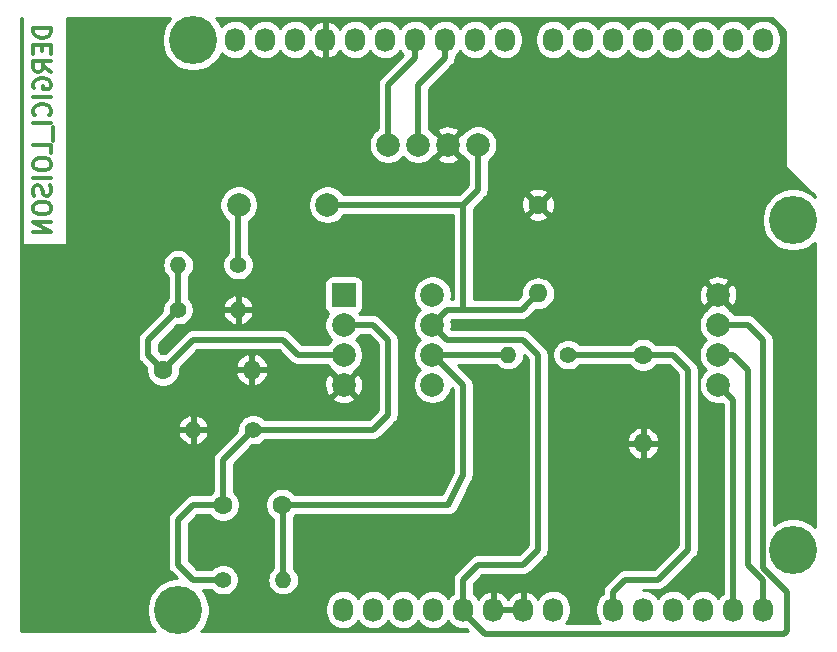
<source format=gbr>
G04 #@! TF.GenerationSoftware,KiCad,Pcbnew,(5.1.2)-2*
G04 #@! TF.CreationDate,2021-03-05T11:54:59+01:00*
G04 #@! TF.ProjectId,capteur,63617074-6575-4722-9e6b-696361645f70,rev?*
G04 #@! TF.SameCoordinates,Original*
G04 #@! TF.FileFunction,Copper,L2,Bot*
G04 #@! TF.FilePolarity,Positive*
%FSLAX46Y46*%
G04 Gerber Fmt 4.6, Leading zero omitted, Abs format (unit mm)*
G04 Created by KiCad (PCBNEW (5.1.2)-2) date 2021-03-05 11:54:59*
%MOMM*%
%LPD*%
G04 APERTURE LIST*
%ADD10C,0.300000*%
%ADD11C,2.000000*%
%ADD12O,1.727200X2.032000*%
%ADD13C,4.064000*%
%ADD14C,1.600000*%
%ADD15O,1.600000X1.600000*%
%ADD16C,1.400000*%
%ADD17O,1.400000X1.400000*%
%ADD18R,2.000000X2.000000*%
%ADD19C,0.500000*%
%ADD20C,0.254000*%
G04 APERTURE END LIST*
D10*
X114216571Y-74542142D02*
X112716571Y-74542142D01*
X112716571Y-74899285D01*
X112788000Y-75113571D01*
X112930857Y-75256428D01*
X113073714Y-75327857D01*
X113359428Y-75399285D01*
X113573714Y-75399285D01*
X113859428Y-75327857D01*
X114002285Y-75256428D01*
X114145142Y-75113571D01*
X114216571Y-74899285D01*
X114216571Y-74542142D01*
X113430857Y-76042142D02*
X113430857Y-76542142D01*
X114216571Y-76756428D02*
X114216571Y-76042142D01*
X112716571Y-76042142D01*
X112716571Y-76756428D01*
X114216571Y-78256428D02*
X113502285Y-77756428D01*
X114216571Y-77399285D02*
X112716571Y-77399285D01*
X112716571Y-77970714D01*
X112788000Y-78113571D01*
X112859428Y-78185000D01*
X113002285Y-78256428D01*
X113216571Y-78256428D01*
X113359428Y-78185000D01*
X113430857Y-78113571D01*
X113502285Y-77970714D01*
X113502285Y-77399285D01*
X112788000Y-79685000D02*
X112716571Y-79542142D01*
X112716571Y-79327857D01*
X112788000Y-79113571D01*
X112930857Y-78970714D01*
X113073714Y-78899285D01*
X113359428Y-78827857D01*
X113573714Y-78827857D01*
X113859428Y-78899285D01*
X114002285Y-78970714D01*
X114145142Y-79113571D01*
X114216571Y-79327857D01*
X114216571Y-79470714D01*
X114145142Y-79685000D01*
X114073714Y-79756428D01*
X113573714Y-79756428D01*
X113573714Y-79470714D01*
X114216571Y-80399285D02*
X112716571Y-80399285D01*
X114073714Y-81970714D02*
X114145142Y-81899285D01*
X114216571Y-81685000D01*
X114216571Y-81542142D01*
X114145142Y-81327857D01*
X114002285Y-81185000D01*
X113859428Y-81113571D01*
X113573714Y-81042142D01*
X113359428Y-81042142D01*
X113073714Y-81113571D01*
X112930857Y-81185000D01*
X112788000Y-81327857D01*
X112716571Y-81542142D01*
X112716571Y-81685000D01*
X112788000Y-81899285D01*
X112859428Y-81970714D01*
X114216571Y-82613571D02*
X112716571Y-82613571D01*
X114359428Y-82970714D02*
X114359428Y-84113571D01*
X114216571Y-85185000D02*
X114216571Y-84470714D01*
X112716571Y-84470714D01*
X112716571Y-85970714D02*
X112716571Y-86256428D01*
X112788000Y-86399285D01*
X112930857Y-86542142D01*
X113216571Y-86613571D01*
X113716571Y-86613571D01*
X114002285Y-86542142D01*
X114145142Y-86399285D01*
X114216571Y-86256428D01*
X114216571Y-85970714D01*
X114145142Y-85827857D01*
X114002285Y-85685000D01*
X113716571Y-85613571D01*
X113216571Y-85613571D01*
X112930857Y-85685000D01*
X112788000Y-85827857D01*
X112716571Y-85970714D01*
X114216571Y-87256428D02*
X112716571Y-87256428D01*
X114145142Y-87899285D02*
X114216571Y-88113571D01*
X114216571Y-88470714D01*
X114145142Y-88613571D01*
X114073714Y-88685000D01*
X113930857Y-88756428D01*
X113788000Y-88756428D01*
X113645142Y-88685000D01*
X113573714Y-88613571D01*
X113502285Y-88470714D01*
X113430857Y-88185000D01*
X113359428Y-88042142D01*
X113288000Y-87970714D01*
X113145142Y-87899285D01*
X113002285Y-87899285D01*
X112859428Y-87970714D01*
X112788000Y-88042142D01*
X112716571Y-88185000D01*
X112716571Y-88542142D01*
X112788000Y-88756428D01*
X112716571Y-89685000D02*
X112716571Y-89970714D01*
X112788000Y-90113571D01*
X112930857Y-90256428D01*
X113216571Y-90327857D01*
X113716571Y-90327857D01*
X114002285Y-90256428D01*
X114145142Y-90113571D01*
X114216571Y-89970714D01*
X114216571Y-89685000D01*
X114145142Y-89542142D01*
X114002285Y-89399285D01*
X113716571Y-89327857D01*
X113216571Y-89327857D01*
X112930857Y-89399285D01*
X112788000Y-89542142D01*
X112716571Y-89685000D01*
X114216571Y-90970714D02*
X112716571Y-90970714D01*
X114216571Y-91827857D01*
X112716571Y-91827857D01*
D11*
X142748000Y-84455000D03*
X145288000Y-84455000D03*
X147828000Y-84455000D03*
X150368000Y-84455000D03*
D12*
X138938000Y-123825000D03*
X141478000Y-123825000D03*
X144018000Y-123825000D03*
X146558000Y-123825000D03*
X149098000Y-123825000D03*
X151638000Y-123825000D03*
X154178000Y-123825000D03*
X156718000Y-123825000D03*
X161798000Y-123825000D03*
X164338000Y-123825000D03*
X166878000Y-123825000D03*
X169418000Y-123825000D03*
X171958000Y-123825000D03*
X174498000Y-123825000D03*
X129794000Y-75565000D03*
X132334000Y-75565000D03*
X134874000Y-75565000D03*
X137414000Y-75565000D03*
X139954000Y-75565000D03*
X142494000Y-75565000D03*
X145034000Y-75565000D03*
X147574000Y-75565000D03*
X150114000Y-75565000D03*
X152654000Y-75565000D03*
X156718000Y-75565000D03*
X159258000Y-75565000D03*
X161798000Y-75565000D03*
X164338000Y-75565000D03*
X166878000Y-75565000D03*
X169418000Y-75565000D03*
X171958000Y-75565000D03*
X174498000Y-75565000D03*
D13*
X124968000Y-123825000D03*
X177038000Y-118745000D03*
X126238000Y-75565000D03*
X177038000Y-90805000D03*
D14*
X123698000Y-103505000D03*
D15*
X131198000Y-103505000D03*
X164338000Y-109735000D03*
D14*
X164338000Y-102235000D03*
X155448000Y-89535000D03*
D15*
X155448000Y-97035000D03*
D14*
X128778000Y-114935000D03*
X133778000Y-114935000D03*
D16*
X124968000Y-98425000D03*
D17*
X130048000Y-98425000D03*
D16*
X131318000Y-108585000D03*
D17*
X126238000Y-108585000D03*
X133858000Y-121285000D03*
D16*
X128778000Y-121285000D03*
X130048000Y-94615000D03*
D17*
X124968000Y-94615000D03*
X152908000Y-102235000D03*
D16*
X157988000Y-102235000D03*
D11*
X137618000Y-89535000D03*
X130098000Y-89535000D03*
X146508000Y-97155000D03*
D18*
X138988000Y-97155000D03*
D11*
X146508000Y-99695000D03*
X138988000Y-99695000D03*
X146508000Y-102235000D03*
X138988000Y-102235000D03*
X146508000Y-104775000D03*
X138988000Y-104775000D03*
X170688000Y-97155000D03*
X170688000Y-99695000D03*
X170688000Y-102235000D03*
X170688000Y-104775000D03*
D19*
X146508000Y-99695000D02*
X147778000Y-98425000D01*
X154058000Y-98425000D02*
X155448000Y-97035000D01*
X146508000Y-99695000D02*
X147778000Y-100965000D01*
X155448000Y-118745000D02*
X154178000Y-120015000D01*
X149098000Y-121285000D02*
X149098000Y-123825000D01*
X154178000Y-120015000D02*
X150368000Y-120015000D01*
X154178000Y-100965000D02*
X155448000Y-102235000D01*
X150368000Y-120015000D02*
X149098000Y-121285000D01*
X147778000Y-100965000D02*
X154178000Y-100965000D01*
X155448000Y-102235000D02*
X155448000Y-118745000D01*
X176512990Y-125620010D02*
X176293010Y-125839990D01*
X176512990Y-122310028D02*
X176512990Y-125620010D01*
X174498000Y-120295038D02*
X176512990Y-122310028D01*
X149098000Y-123977400D02*
X149098000Y-123825000D01*
X150960590Y-125839990D02*
X149098000Y-123977400D01*
X176293010Y-125839990D02*
X150960590Y-125839990D01*
X137668000Y-89485000D02*
X137618000Y-89535000D01*
X170688000Y-99695000D02*
X173228000Y-99695000D01*
X173228000Y-99695000D02*
X174498000Y-100965000D01*
X150368000Y-84455000D02*
X150368000Y-88265000D01*
X149098000Y-89535000D02*
X137618000Y-89535000D01*
X150368000Y-88265000D02*
X149098000Y-89535000D01*
X149098000Y-89535000D02*
X149098000Y-97155000D01*
X149098000Y-97155000D02*
X149098000Y-98425000D01*
X147778000Y-98425000D02*
X149098000Y-98425000D01*
X149098000Y-98425000D02*
X154058000Y-98425000D01*
X174498000Y-102235000D02*
X174498000Y-104775000D01*
X174498000Y-104775000D02*
X174498000Y-120295038D01*
X174498000Y-103785038D02*
X174498000Y-104775000D01*
X174498000Y-102235000D02*
X174498000Y-103505000D01*
X174498000Y-100965000D02*
X174498000Y-102235000D01*
X135128000Y-102235000D02*
X133858000Y-100965000D01*
X138988000Y-102235000D02*
X135128000Y-102235000D01*
X126238000Y-100965000D02*
X123698000Y-103505000D01*
X133858000Y-100965000D02*
X126238000Y-100965000D01*
X122428000Y-100965000D02*
X122428000Y-102235000D01*
X124968000Y-98425000D02*
X122428000Y-100965000D01*
X122428000Y-102235000D02*
X123698000Y-103505000D01*
X124968000Y-98425000D02*
X124968000Y-94615000D01*
X165608000Y-121285000D02*
X162822000Y-121285000D01*
X164338000Y-102235000D02*
X166878000Y-102235000D01*
X168148000Y-118745000D02*
X165608000Y-121285000D01*
X168148000Y-103505000D02*
X168148000Y-118745000D01*
X161798000Y-122309000D02*
X161798000Y-123825000D01*
X166878000Y-102235000D02*
X168148000Y-103505000D01*
X162822000Y-121285000D02*
X161798000Y-122309000D01*
X157988000Y-102235000D02*
X164338000Y-102235000D01*
X124968000Y-116205000D02*
X126238000Y-114935000D01*
X126238000Y-114935000D02*
X128778000Y-114935000D01*
X124968000Y-120015000D02*
X124968000Y-116205000D01*
X128778000Y-121285000D02*
X126238000Y-121285000D01*
X126238000Y-121285000D02*
X124968000Y-120015000D01*
X128778000Y-114935000D02*
X128778000Y-111125000D01*
X128778000Y-111125000D02*
X131318000Y-108585000D01*
X141478000Y-108585000D02*
X131318000Y-108585000D01*
X142748000Y-100965000D02*
X142748000Y-107315000D01*
X141478000Y-99695000D02*
X142748000Y-100965000D01*
X138988000Y-99695000D02*
X141478000Y-99695000D01*
X142748000Y-107315000D02*
X141478000Y-108585000D01*
X146508000Y-102235000D02*
X152908000Y-102235000D01*
X133858000Y-121285000D02*
X133858000Y-115015000D01*
X149098000Y-112395000D02*
X149098000Y-104775000D01*
X147828000Y-114935000D02*
X149098000Y-112395000D01*
X133778000Y-114935000D02*
X147828000Y-114935000D01*
X149098000Y-104775000D02*
X146558000Y-102235000D01*
X170688000Y-104775000D02*
X171958000Y-106045000D01*
X171958000Y-106045000D02*
X171958000Y-123825000D01*
X174498000Y-123825000D02*
X174498000Y-121285000D01*
X174498000Y-121285000D02*
X173228000Y-120015000D01*
X173228000Y-120015000D02*
X173228000Y-103505000D01*
X173228000Y-103505000D02*
X171958000Y-102235000D01*
X171958000Y-102235000D02*
X170688000Y-102235000D01*
X145034000Y-75565000D02*
X145034000Y-75717400D01*
X142748000Y-84455000D02*
X142748000Y-79375000D01*
X145034000Y-77089000D02*
X145034000Y-75565000D01*
X142748000Y-79375000D02*
X145034000Y-77089000D01*
X147574000Y-77089000D02*
X147574000Y-75565000D01*
X145288000Y-84455000D02*
X145288000Y-79375000D01*
X145288000Y-79375000D02*
X147574000Y-77089000D01*
X130048000Y-94615000D02*
X130048000Y-89585000D01*
D20*
G36*
X111748000Y-92970000D02*
G01*
X115568000Y-92970000D01*
X115568000Y-89373967D01*
X128463000Y-89373967D01*
X128463000Y-89696033D01*
X128525832Y-90011912D01*
X128649082Y-90309463D01*
X128828013Y-90577252D01*
X129055748Y-90804987D01*
X129163001Y-90876651D01*
X129163000Y-93612025D01*
X129011038Y-93763987D01*
X128864939Y-93982641D01*
X128764304Y-94225595D01*
X128713000Y-94483514D01*
X128713000Y-94746486D01*
X128764304Y-95004405D01*
X128864939Y-95247359D01*
X129011038Y-95466013D01*
X129196987Y-95651962D01*
X129415641Y-95798061D01*
X129658595Y-95898696D01*
X129916514Y-95950000D01*
X130179486Y-95950000D01*
X130437405Y-95898696D01*
X130680359Y-95798061D01*
X130899013Y-95651962D01*
X131084962Y-95466013D01*
X131231061Y-95247359D01*
X131331696Y-95004405D01*
X131383000Y-94746486D01*
X131383000Y-94483514D01*
X131331696Y-94225595D01*
X131231061Y-93982641D01*
X131084962Y-93763987D01*
X130933000Y-93612025D01*
X130933000Y-90943468D01*
X131140252Y-90804987D01*
X131367987Y-90577252D01*
X131546918Y-90309463D01*
X131670168Y-90011912D01*
X131733000Y-89696033D01*
X131733000Y-89373967D01*
X131670168Y-89058088D01*
X131546918Y-88760537D01*
X131367987Y-88492748D01*
X131140252Y-88265013D01*
X130872463Y-88086082D01*
X130574912Y-87962832D01*
X130259033Y-87900000D01*
X129936967Y-87900000D01*
X129621088Y-87962832D01*
X129323537Y-88086082D01*
X129055748Y-88265013D01*
X128828013Y-88492748D01*
X128649082Y-88760537D01*
X128525832Y-89058088D01*
X128463000Y-89373967D01*
X115568000Y-89373967D01*
X115568000Y-73735000D01*
X124296293Y-73735000D01*
X124166406Y-73864887D01*
X123874536Y-74301702D01*
X123673492Y-74787065D01*
X123571000Y-75302323D01*
X123571000Y-75827677D01*
X123673492Y-76342935D01*
X123874536Y-76828298D01*
X124166406Y-77265113D01*
X124537887Y-77636594D01*
X124974702Y-77928464D01*
X125460065Y-78129508D01*
X125975323Y-78232000D01*
X126500677Y-78232000D01*
X127015935Y-78129508D01*
X127501298Y-77928464D01*
X127938113Y-77636594D01*
X128309594Y-77265113D01*
X128601464Y-76828298D01*
X128657001Y-76694219D01*
X128729203Y-76782197D01*
X128957395Y-76969469D01*
X129217737Y-77108625D01*
X129500224Y-77194316D01*
X129794000Y-77223251D01*
X130087777Y-77194316D01*
X130370264Y-77108625D01*
X130630606Y-76969469D01*
X130858797Y-76782197D01*
X131046069Y-76554006D01*
X131064000Y-76520459D01*
X131081931Y-76554006D01*
X131269203Y-76782197D01*
X131497395Y-76969469D01*
X131757737Y-77108625D01*
X132040224Y-77194316D01*
X132334000Y-77223251D01*
X132627777Y-77194316D01*
X132910264Y-77108625D01*
X133170606Y-76969469D01*
X133398797Y-76782197D01*
X133586069Y-76554006D01*
X133604000Y-76520459D01*
X133621931Y-76554006D01*
X133809203Y-76782197D01*
X134037395Y-76969469D01*
X134297737Y-77108625D01*
X134580224Y-77194316D01*
X134874000Y-77223251D01*
X135167777Y-77194316D01*
X135450264Y-77108625D01*
X135710606Y-76969469D01*
X135938797Y-76782197D01*
X136126069Y-76554006D01*
X136147424Y-76514053D01*
X136295514Y-76716729D01*
X136511965Y-76915733D01*
X136763081Y-77068686D01*
X137039211Y-77169709D01*
X137054974Y-77172358D01*
X137287000Y-77051217D01*
X137287000Y-75692000D01*
X137267000Y-75692000D01*
X137267000Y-75438000D01*
X137287000Y-75438000D01*
X137287000Y-74078783D01*
X137541000Y-74078783D01*
X137541000Y-75438000D01*
X137561000Y-75438000D01*
X137561000Y-75692000D01*
X137541000Y-75692000D01*
X137541000Y-77051217D01*
X137773026Y-77172358D01*
X137788789Y-77169709D01*
X138064919Y-77068686D01*
X138316035Y-76915733D01*
X138532486Y-76716729D01*
X138680576Y-76514053D01*
X138701931Y-76554006D01*
X138889203Y-76782197D01*
X139117395Y-76969469D01*
X139377737Y-77108625D01*
X139660224Y-77194316D01*
X139954000Y-77223251D01*
X140247777Y-77194316D01*
X140530264Y-77108625D01*
X140790606Y-76969469D01*
X141018797Y-76782197D01*
X141206069Y-76554006D01*
X141224000Y-76520459D01*
X141241931Y-76554006D01*
X141429203Y-76782197D01*
X141657395Y-76969469D01*
X141917737Y-77108625D01*
X142200224Y-77194316D01*
X142494000Y-77223251D01*
X142787777Y-77194316D01*
X143070264Y-77108625D01*
X143330606Y-76969469D01*
X143558797Y-76782197D01*
X143746069Y-76554006D01*
X143764000Y-76520459D01*
X143781931Y-76554006D01*
X143969203Y-76782197D01*
X144035124Y-76836297D01*
X142152951Y-78718471D01*
X142119184Y-78746183D01*
X142091471Y-78779951D01*
X142091468Y-78779954D01*
X142008590Y-78880941D01*
X141926412Y-79034687D01*
X141875805Y-79201510D01*
X141858719Y-79375000D01*
X141863001Y-79418479D01*
X141863000Y-83079940D01*
X141705748Y-83185013D01*
X141478013Y-83412748D01*
X141299082Y-83680537D01*
X141175832Y-83978088D01*
X141113000Y-84293967D01*
X141113000Y-84616033D01*
X141175832Y-84931912D01*
X141299082Y-85229463D01*
X141478013Y-85497252D01*
X141705748Y-85724987D01*
X141973537Y-85903918D01*
X142271088Y-86027168D01*
X142586967Y-86090000D01*
X142909033Y-86090000D01*
X143224912Y-86027168D01*
X143522463Y-85903918D01*
X143790252Y-85724987D01*
X144017987Y-85497252D01*
X144018000Y-85497233D01*
X144018013Y-85497252D01*
X144245748Y-85724987D01*
X144513537Y-85903918D01*
X144811088Y-86027168D01*
X145126967Y-86090000D01*
X145449033Y-86090000D01*
X145764912Y-86027168D01*
X146062463Y-85903918D01*
X146330252Y-85724987D01*
X146464826Y-85590413D01*
X146872192Y-85590413D01*
X146967956Y-85854814D01*
X147257571Y-85995704D01*
X147569108Y-86077384D01*
X147890595Y-86096718D01*
X148209675Y-86052961D01*
X148514088Y-85947795D01*
X148688044Y-85854814D01*
X148783808Y-85590413D01*
X147828000Y-84634605D01*
X146872192Y-85590413D01*
X146464826Y-85590413D01*
X146557987Y-85497252D01*
X146630720Y-85388400D01*
X146692587Y-85410808D01*
X147648395Y-84455000D01*
X146692587Y-83499192D01*
X146630720Y-83521600D01*
X146557987Y-83412748D01*
X146464826Y-83319587D01*
X146872192Y-83319587D01*
X147828000Y-84275395D01*
X148783808Y-83319587D01*
X148688044Y-83055186D01*
X148398429Y-82914296D01*
X148086892Y-82832616D01*
X147765405Y-82813282D01*
X147446325Y-82857039D01*
X147141912Y-82962205D01*
X146967956Y-83055186D01*
X146872192Y-83319587D01*
X146464826Y-83319587D01*
X146330252Y-83185013D01*
X146173000Y-83079941D01*
X146173000Y-79741578D01*
X148169050Y-77745529D01*
X148202817Y-77717817D01*
X148313411Y-77583059D01*
X148395589Y-77429313D01*
X148446195Y-77262490D01*
X148459000Y-77132477D01*
X148459000Y-77132467D01*
X148463281Y-77089001D01*
X148459000Y-77045535D01*
X148459000Y-76929753D01*
X148638797Y-76782197D01*
X148826069Y-76554006D01*
X148844000Y-76520459D01*
X148861931Y-76554006D01*
X149049203Y-76782197D01*
X149277395Y-76969469D01*
X149537737Y-77108625D01*
X149820224Y-77194316D01*
X150114000Y-77223251D01*
X150407777Y-77194316D01*
X150690264Y-77108625D01*
X150950606Y-76969469D01*
X151178797Y-76782197D01*
X151366069Y-76554006D01*
X151384000Y-76520459D01*
X151401931Y-76554006D01*
X151589203Y-76782197D01*
X151817395Y-76969469D01*
X152077737Y-77108625D01*
X152360224Y-77194316D01*
X152654000Y-77223251D01*
X152947777Y-77194316D01*
X153230264Y-77108625D01*
X153490606Y-76969469D01*
X153718797Y-76782197D01*
X153906069Y-76554006D01*
X154045225Y-76293663D01*
X154130916Y-76011176D01*
X154152600Y-75791018D01*
X154152600Y-75338982D01*
X155219400Y-75338982D01*
X155219400Y-75791019D01*
X155241084Y-76011177D01*
X155326775Y-76293664D01*
X155465931Y-76554006D01*
X155653203Y-76782197D01*
X155881395Y-76969469D01*
X156141737Y-77108625D01*
X156424224Y-77194316D01*
X156718000Y-77223251D01*
X157011777Y-77194316D01*
X157294264Y-77108625D01*
X157554606Y-76969469D01*
X157782797Y-76782197D01*
X157970069Y-76554006D01*
X157988000Y-76520459D01*
X158005931Y-76554006D01*
X158193203Y-76782197D01*
X158421395Y-76969469D01*
X158681737Y-77108625D01*
X158964224Y-77194316D01*
X159258000Y-77223251D01*
X159551777Y-77194316D01*
X159834264Y-77108625D01*
X160094606Y-76969469D01*
X160322797Y-76782197D01*
X160510069Y-76554006D01*
X160528000Y-76520459D01*
X160545931Y-76554006D01*
X160733203Y-76782197D01*
X160961395Y-76969469D01*
X161221737Y-77108625D01*
X161504224Y-77194316D01*
X161798000Y-77223251D01*
X162091777Y-77194316D01*
X162374264Y-77108625D01*
X162634606Y-76969469D01*
X162862797Y-76782197D01*
X163050069Y-76554006D01*
X163068000Y-76520459D01*
X163085931Y-76554006D01*
X163273203Y-76782197D01*
X163501395Y-76969469D01*
X163761737Y-77108625D01*
X164044224Y-77194316D01*
X164338000Y-77223251D01*
X164631777Y-77194316D01*
X164914264Y-77108625D01*
X165174606Y-76969469D01*
X165402797Y-76782197D01*
X165590069Y-76554006D01*
X165608000Y-76520459D01*
X165625931Y-76554006D01*
X165813203Y-76782197D01*
X166041395Y-76969469D01*
X166301737Y-77108625D01*
X166584224Y-77194316D01*
X166878000Y-77223251D01*
X167171777Y-77194316D01*
X167454264Y-77108625D01*
X167714606Y-76969469D01*
X167942797Y-76782197D01*
X168130069Y-76554006D01*
X168148000Y-76520459D01*
X168165931Y-76554006D01*
X168353203Y-76782197D01*
X168581395Y-76969469D01*
X168841737Y-77108625D01*
X169124224Y-77194316D01*
X169418000Y-77223251D01*
X169711777Y-77194316D01*
X169994264Y-77108625D01*
X170254606Y-76969469D01*
X170482797Y-76782197D01*
X170670069Y-76554006D01*
X170688000Y-76520459D01*
X170705931Y-76554006D01*
X170893203Y-76782197D01*
X171121395Y-76969469D01*
X171381737Y-77108625D01*
X171664224Y-77194316D01*
X171958000Y-77223251D01*
X172251777Y-77194316D01*
X172534264Y-77108625D01*
X172794606Y-76969469D01*
X173022797Y-76782197D01*
X173210069Y-76554006D01*
X173228000Y-76520459D01*
X173245931Y-76554006D01*
X173433203Y-76782197D01*
X173661395Y-76969469D01*
X173921737Y-77108625D01*
X174204224Y-77194316D01*
X174498000Y-77223251D01*
X174791777Y-77194316D01*
X175074264Y-77108625D01*
X175334606Y-76969469D01*
X175562797Y-76782197D01*
X175750069Y-76554006D01*
X175889225Y-76293663D01*
X175974916Y-76011176D01*
X175996600Y-75791018D01*
X175996600Y-75338981D01*
X175974916Y-75118823D01*
X175889225Y-74836336D01*
X175750069Y-74575994D01*
X175562797Y-74347803D01*
X175334605Y-74160531D01*
X175074263Y-74021375D01*
X174791776Y-73935684D01*
X174498000Y-73906749D01*
X174204223Y-73935684D01*
X173921736Y-74021375D01*
X173661394Y-74160531D01*
X173433203Y-74347803D01*
X173245931Y-74575995D01*
X173228000Y-74609541D01*
X173210069Y-74575994D01*
X173022797Y-74347803D01*
X172794605Y-74160531D01*
X172534263Y-74021375D01*
X172251776Y-73935684D01*
X171958000Y-73906749D01*
X171664223Y-73935684D01*
X171381736Y-74021375D01*
X171121394Y-74160531D01*
X170893203Y-74347803D01*
X170705931Y-74575995D01*
X170688000Y-74609541D01*
X170670069Y-74575994D01*
X170482797Y-74347803D01*
X170254605Y-74160531D01*
X169994263Y-74021375D01*
X169711776Y-73935684D01*
X169418000Y-73906749D01*
X169124223Y-73935684D01*
X168841736Y-74021375D01*
X168581394Y-74160531D01*
X168353203Y-74347803D01*
X168165931Y-74575995D01*
X168148000Y-74609541D01*
X168130069Y-74575994D01*
X167942797Y-74347803D01*
X167714605Y-74160531D01*
X167454263Y-74021375D01*
X167171776Y-73935684D01*
X166878000Y-73906749D01*
X166584223Y-73935684D01*
X166301736Y-74021375D01*
X166041394Y-74160531D01*
X165813203Y-74347803D01*
X165625931Y-74575995D01*
X165608000Y-74609541D01*
X165590069Y-74575994D01*
X165402797Y-74347803D01*
X165174605Y-74160531D01*
X164914263Y-74021375D01*
X164631776Y-73935684D01*
X164338000Y-73906749D01*
X164044223Y-73935684D01*
X163761736Y-74021375D01*
X163501394Y-74160531D01*
X163273203Y-74347803D01*
X163085931Y-74575995D01*
X163068000Y-74609541D01*
X163050069Y-74575994D01*
X162862797Y-74347803D01*
X162634605Y-74160531D01*
X162374263Y-74021375D01*
X162091776Y-73935684D01*
X161798000Y-73906749D01*
X161504223Y-73935684D01*
X161221736Y-74021375D01*
X160961394Y-74160531D01*
X160733203Y-74347803D01*
X160545931Y-74575995D01*
X160528000Y-74609541D01*
X160510069Y-74575994D01*
X160322797Y-74347803D01*
X160094605Y-74160531D01*
X159834263Y-74021375D01*
X159551776Y-73935684D01*
X159258000Y-73906749D01*
X158964223Y-73935684D01*
X158681736Y-74021375D01*
X158421394Y-74160531D01*
X158193203Y-74347803D01*
X158005931Y-74575995D01*
X157988000Y-74609541D01*
X157970069Y-74575994D01*
X157782797Y-74347803D01*
X157554605Y-74160531D01*
X157294263Y-74021375D01*
X157011776Y-73935684D01*
X156718000Y-73906749D01*
X156424223Y-73935684D01*
X156141736Y-74021375D01*
X155881394Y-74160531D01*
X155653203Y-74347803D01*
X155465931Y-74575995D01*
X155326775Y-74836337D01*
X155241084Y-75118824D01*
X155219400Y-75338982D01*
X154152600Y-75338982D01*
X154152600Y-75338981D01*
X154130916Y-75118823D01*
X154045225Y-74836336D01*
X153906069Y-74575994D01*
X153718797Y-74347803D01*
X153490605Y-74160531D01*
X153230263Y-74021375D01*
X152947776Y-73935684D01*
X152654000Y-73906749D01*
X152360223Y-73935684D01*
X152077736Y-74021375D01*
X151817394Y-74160531D01*
X151589203Y-74347803D01*
X151401931Y-74575995D01*
X151384000Y-74609541D01*
X151366069Y-74575994D01*
X151178797Y-74347803D01*
X150950605Y-74160531D01*
X150690263Y-74021375D01*
X150407776Y-73935684D01*
X150114000Y-73906749D01*
X149820223Y-73935684D01*
X149537736Y-74021375D01*
X149277394Y-74160531D01*
X149049203Y-74347803D01*
X148861931Y-74575995D01*
X148844000Y-74609541D01*
X148826069Y-74575994D01*
X148638797Y-74347803D01*
X148410605Y-74160531D01*
X148150263Y-74021375D01*
X147867776Y-73935684D01*
X147574000Y-73906749D01*
X147280223Y-73935684D01*
X146997736Y-74021375D01*
X146737394Y-74160531D01*
X146509203Y-74347803D01*
X146321931Y-74575995D01*
X146304000Y-74609541D01*
X146286069Y-74575994D01*
X146098797Y-74347803D01*
X145870605Y-74160531D01*
X145610263Y-74021375D01*
X145327776Y-73935684D01*
X145034000Y-73906749D01*
X144740223Y-73935684D01*
X144457736Y-74021375D01*
X144197394Y-74160531D01*
X143969203Y-74347803D01*
X143781931Y-74575995D01*
X143764000Y-74609541D01*
X143746069Y-74575994D01*
X143558797Y-74347803D01*
X143330605Y-74160531D01*
X143070263Y-74021375D01*
X142787776Y-73935684D01*
X142494000Y-73906749D01*
X142200223Y-73935684D01*
X141917736Y-74021375D01*
X141657394Y-74160531D01*
X141429203Y-74347803D01*
X141241931Y-74575995D01*
X141224000Y-74609541D01*
X141206069Y-74575994D01*
X141018797Y-74347803D01*
X140790605Y-74160531D01*
X140530263Y-74021375D01*
X140247776Y-73935684D01*
X139954000Y-73906749D01*
X139660223Y-73935684D01*
X139377736Y-74021375D01*
X139117394Y-74160531D01*
X138889203Y-74347803D01*
X138701931Y-74575995D01*
X138680576Y-74615947D01*
X138532486Y-74413271D01*
X138316035Y-74214267D01*
X138064919Y-74061314D01*
X137788789Y-73960291D01*
X137773026Y-73957642D01*
X137541000Y-74078783D01*
X137287000Y-74078783D01*
X137054974Y-73957642D01*
X137039211Y-73960291D01*
X136763081Y-74061314D01*
X136511965Y-74214267D01*
X136295514Y-74413271D01*
X136147424Y-74615947D01*
X136126069Y-74575994D01*
X135938797Y-74347803D01*
X135710605Y-74160531D01*
X135450263Y-74021375D01*
X135167776Y-73935684D01*
X134874000Y-73906749D01*
X134580223Y-73935684D01*
X134297736Y-74021375D01*
X134037394Y-74160531D01*
X133809203Y-74347803D01*
X133621931Y-74575995D01*
X133604000Y-74609541D01*
X133586069Y-74575994D01*
X133398797Y-74347803D01*
X133170605Y-74160531D01*
X132910263Y-74021375D01*
X132627776Y-73935684D01*
X132334000Y-73906749D01*
X132040223Y-73935684D01*
X131757736Y-74021375D01*
X131497394Y-74160531D01*
X131269203Y-74347803D01*
X131081931Y-74575995D01*
X131064000Y-74609541D01*
X131046069Y-74575994D01*
X130858797Y-74347803D01*
X130630605Y-74160531D01*
X130370263Y-74021375D01*
X130087776Y-73935684D01*
X129794000Y-73906749D01*
X129500223Y-73935684D01*
X129217736Y-74021375D01*
X128957394Y-74160531D01*
X128729203Y-74347803D01*
X128657001Y-74435781D01*
X128601464Y-74301702D01*
X128309594Y-73864887D01*
X128179707Y-73735000D01*
X175219909Y-73735000D01*
X176328001Y-74843093D01*
X176328000Y-85944125D01*
X176324565Y-85979000D01*
X176328000Y-86013875D01*
X176328000Y-86013876D01*
X176338273Y-86118183D01*
X176378872Y-86252019D01*
X176444800Y-86375362D01*
X176533525Y-86483474D01*
X176560617Y-86505708D01*
X178868001Y-88813093D01*
X178868001Y-88863294D01*
X178738113Y-88733406D01*
X178301298Y-88441536D01*
X177815935Y-88240492D01*
X177300677Y-88138000D01*
X176775323Y-88138000D01*
X176260065Y-88240492D01*
X175774702Y-88441536D01*
X175337887Y-88733406D01*
X174966406Y-89104887D01*
X174674536Y-89541702D01*
X174473492Y-90027065D01*
X174371000Y-90542323D01*
X174371000Y-91067677D01*
X174473492Y-91582935D01*
X174674536Y-92068298D01*
X174966406Y-92505113D01*
X175337887Y-92876594D01*
X175774702Y-93168464D01*
X176260065Y-93369508D01*
X176775323Y-93472000D01*
X177300677Y-93472000D01*
X177815935Y-93369508D01*
X178301298Y-93168464D01*
X178738113Y-92876594D01*
X178868001Y-92746706D01*
X178868000Y-116803293D01*
X178738113Y-116673406D01*
X178301298Y-116381536D01*
X177815935Y-116180492D01*
X177300677Y-116078000D01*
X176775323Y-116078000D01*
X176260065Y-116180492D01*
X175774702Y-116381536D01*
X175383000Y-116643263D01*
X175383000Y-101008465D01*
X175387281Y-100964999D01*
X175383000Y-100921533D01*
X175383000Y-100921523D01*
X175370195Y-100791510D01*
X175319589Y-100624687D01*
X175237411Y-100470941D01*
X175207431Y-100434410D01*
X175154532Y-100369953D01*
X175154530Y-100369951D01*
X175126817Y-100336183D01*
X175093050Y-100308471D01*
X173884532Y-99099954D01*
X173856817Y-99066183D01*
X173722059Y-98955589D01*
X173568313Y-98873411D01*
X173401490Y-98822805D01*
X173271477Y-98810000D01*
X173271469Y-98810000D01*
X173228000Y-98805719D01*
X173184531Y-98810000D01*
X172063059Y-98810000D01*
X171957987Y-98652748D01*
X171730252Y-98425013D01*
X171621400Y-98352280D01*
X171643808Y-98290413D01*
X170688000Y-97334605D01*
X169732192Y-98290413D01*
X169754600Y-98352280D01*
X169645748Y-98425013D01*
X169418013Y-98652748D01*
X169239082Y-98920537D01*
X169115832Y-99218088D01*
X169053000Y-99533967D01*
X169053000Y-99856033D01*
X169115832Y-100171912D01*
X169239082Y-100469463D01*
X169418013Y-100737252D01*
X169645748Y-100964987D01*
X169645767Y-100965000D01*
X169645748Y-100965013D01*
X169418013Y-101192748D01*
X169239082Y-101460537D01*
X169115832Y-101758088D01*
X169053000Y-102073967D01*
X169053000Y-102396033D01*
X169115832Y-102711912D01*
X169239082Y-103009463D01*
X169418013Y-103277252D01*
X169645748Y-103504987D01*
X169645767Y-103505000D01*
X169645748Y-103505013D01*
X169418013Y-103732748D01*
X169239082Y-104000537D01*
X169115832Y-104298088D01*
X169053000Y-104613967D01*
X169053000Y-104936033D01*
X169115832Y-105251912D01*
X169239082Y-105549463D01*
X169418013Y-105817252D01*
X169645748Y-106044987D01*
X169913537Y-106223918D01*
X170211088Y-106347168D01*
X170526967Y-106410000D01*
X170849033Y-106410000D01*
X171034525Y-106373104D01*
X171073000Y-106411579D01*
X171073001Y-122460246D01*
X170893203Y-122607803D01*
X170705931Y-122835995D01*
X170688000Y-122869541D01*
X170670069Y-122835994D01*
X170482797Y-122607803D01*
X170254605Y-122420531D01*
X169994263Y-122281375D01*
X169711776Y-122195684D01*
X169418000Y-122166749D01*
X169124223Y-122195684D01*
X168841736Y-122281375D01*
X168581394Y-122420531D01*
X168353203Y-122607803D01*
X168165931Y-122835995D01*
X168148000Y-122869541D01*
X168130069Y-122835994D01*
X167942797Y-122607803D01*
X167714605Y-122420531D01*
X167454263Y-122281375D01*
X167171776Y-122195684D01*
X166878000Y-122166749D01*
X166584223Y-122195684D01*
X166301736Y-122281375D01*
X166041394Y-122420531D01*
X165813203Y-122607803D01*
X165625931Y-122835995D01*
X165608000Y-122869541D01*
X165590069Y-122835994D01*
X165402797Y-122607803D01*
X165174605Y-122420531D01*
X164914263Y-122281375D01*
X164631776Y-122195684D01*
X164371007Y-122170000D01*
X165564531Y-122170000D01*
X165608000Y-122174281D01*
X165651469Y-122170000D01*
X165651477Y-122170000D01*
X165781490Y-122157195D01*
X165948313Y-122106589D01*
X166102059Y-122024411D01*
X166236817Y-121913817D01*
X166264534Y-121880044D01*
X168743049Y-119401530D01*
X168776817Y-119373817D01*
X168887411Y-119239059D01*
X168969589Y-119085313D01*
X169020195Y-118918490D01*
X169033000Y-118788477D01*
X169033000Y-118788467D01*
X169037281Y-118745001D01*
X169033000Y-118701535D01*
X169033000Y-103548465D01*
X169037281Y-103504999D01*
X169033000Y-103461533D01*
X169033000Y-103461523D01*
X169020195Y-103331510D01*
X168969589Y-103164687D01*
X168887411Y-103010941D01*
X168808450Y-102914727D01*
X168804532Y-102909953D01*
X168804530Y-102909951D01*
X168776817Y-102876183D01*
X168743050Y-102848471D01*
X167534534Y-101639956D01*
X167506817Y-101606183D01*
X167372059Y-101495589D01*
X167218313Y-101413411D01*
X167051490Y-101362805D01*
X166921477Y-101350000D01*
X166921469Y-101350000D01*
X166878000Y-101345719D01*
X166834531Y-101350000D01*
X165472521Y-101350000D01*
X165452637Y-101320241D01*
X165252759Y-101120363D01*
X165017727Y-100963320D01*
X164756574Y-100855147D01*
X164479335Y-100800000D01*
X164196665Y-100800000D01*
X163919426Y-100855147D01*
X163658273Y-100963320D01*
X163423241Y-101120363D01*
X163223363Y-101320241D01*
X163203479Y-101350000D01*
X158990975Y-101350000D01*
X158839013Y-101198038D01*
X158620359Y-101051939D01*
X158377405Y-100951304D01*
X158119486Y-100900000D01*
X157856514Y-100900000D01*
X157598595Y-100951304D01*
X157355641Y-101051939D01*
X157136987Y-101198038D01*
X156951038Y-101383987D01*
X156804939Y-101602641D01*
X156704304Y-101845595D01*
X156653000Y-102103514D01*
X156653000Y-102366486D01*
X156704304Y-102624405D01*
X156804939Y-102867359D01*
X156951038Y-103086013D01*
X157136987Y-103271962D01*
X157355641Y-103418061D01*
X157598595Y-103518696D01*
X157856514Y-103570000D01*
X158119486Y-103570000D01*
X158377405Y-103518696D01*
X158620359Y-103418061D01*
X158839013Y-103271962D01*
X158990975Y-103120000D01*
X163203479Y-103120000D01*
X163223363Y-103149759D01*
X163423241Y-103349637D01*
X163658273Y-103506680D01*
X163919426Y-103614853D01*
X164196665Y-103670000D01*
X164479335Y-103670000D01*
X164756574Y-103614853D01*
X165017727Y-103506680D01*
X165252759Y-103349637D01*
X165452637Y-103149759D01*
X165472521Y-103120000D01*
X166511422Y-103120000D01*
X167263000Y-103871579D01*
X167263001Y-118378420D01*
X165241422Y-120400000D01*
X162865469Y-120400000D01*
X162822000Y-120395719D01*
X162778531Y-120400000D01*
X162778523Y-120400000D01*
X162648510Y-120412805D01*
X162481686Y-120463411D01*
X162327941Y-120545589D01*
X162226953Y-120628468D01*
X162226951Y-120628470D01*
X162193183Y-120656183D01*
X162165470Y-120689951D01*
X161202956Y-121652466D01*
X161169183Y-121680183D01*
X161058589Y-121814942D01*
X160976411Y-121968688D01*
X160941157Y-122084904D01*
X160925805Y-122135510D01*
X160925704Y-122136537D01*
X160913000Y-122265524D01*
X160913000Y-122265531D01*
X160908719Y-122309000D01*
X160913000Y-122352470D01*
X160913000Y-122460247D01*
X160733203Y-122607803D01*
X160545931Y-122835995D01*
X160406775Y-123096337D01*
X160321084Y-123378824D01*
X160299400Y-123598982D01*
X160299400Y-124051019D01*
X160321084Y-124271177D01*
X160406775Y-124553664D01*
X160545931Y-124814006D01*
X160661634Y-124954990D01*
X157854366Y-124954990D01*
X157970069Y-124814006D01*
X158109225Y-124553663D01*
X158194916Y-124271176D01*
X158216600Y-124051018D01*
X158216600Y-123598981D01*
X158194916Y-123378823D01*
X158109225Y-123096336D01*
X157970069Y-122835994D01*
X157782797Y-122607803D01*
X157554605Y-122420531D01*
X157294263Y-122281375D01*
X157011776Y-122195684D01*
X156718000Y-122166749D01*
X156424223Y-122195684D01*
X156141736Y-122281375D01*
X155881394Y-122420531D01*
X155653203Y-122607803D01*
X155465931Y-122835995D01*
X155444576Y-122875947D01*
X155296486Y-122673271D01*
X155080035Y-122474267D01*
X154828919Y-122321314D01*
X154552789Y-122220291D01*
X154537026Y-122217642D01*
X154305000Y-122338783D01*
X154305000Y-123698000D01*
X154325000Y-123698000D01*
X154325000Y-123952000D01*
X154305000Y-123952000D01*
X154305000Y-123972000D01*
X154051000Y-123972000D01*
X154051000Y-123952000D01*
X151765000Y-123952000D01*
X151765000Y-123972000D01*
X151511000Y-123972000D01*
X151511000Y-123952000D01*
X151491000Y-123952000D01*
X151491000Y-123698000D01*
X151511000Y-123698000D01*
X151511000Y-122338783D01*
X151765000Y-122338783D01*
X151765000Y-123698000D01*
X154051000Y-123698000D01*
X154051000Y-122338783D01*
X153818974Y-122217642D01*
X153803211Y-122220291D01*
X153527081Y-122321314D01*
X153275965Y-122474267D01*
X153059514Y-122673271D01*
X152908000Y-122880633D01*
X152756486Y-122673271D01*
X152540035Y-122474267D01*
X152288919Y-122321314D01*
X152012789Y-122220291D01*
X151997026Y-122217642D01*
X151765000Y-122338783D01*
X151511000Y-122338783D01*
X151278974Y-122217642D01*
X151263211Y-122220291D01*
X150987081Y-122321314D01*
X150735965Y-122474267D01*
X150519514Y-122673271D01*
X150371424Y-122875947D01*
X150350069Y-122835994D01*
X150162797Y-122607803D01*
X149983000Y-122460248D01*
X149983000Y-121651578D01*
X150734579Y-120900000D01*
X154134531Y-120900000D01*
X154178000Y-120904281D01*
X154221469Y-120900000D01*
X154221477Y-120900000D01*
X154351490Y-120887195D01*
X154518313Y-120836589D01*
X154672059Y-120754411D01*
X154806817Y-120643817D01*
X154834534Y-120610044D01*
X156043049Y-119401530D01*
X156076817Y-119373817D01*
X156187411Y-119239059D01*
X156269589Y-119085313D01*
X156320195Y-118918490D01*
X156333000Y-118788477D01*
X156333000Y-118788467D01*
X156337281Y-118745001D01*
X156333000Y-118701535D01*
X156333000Y-110084040D01*
X162946091Y-110084040D01*
X163040930Y-110348881D01*
X163185615Y-110590131D01*
X163374586Y-110798519D01*
X163600580Y-110966037D01*
X163854913Y-111086246D01*
X163988961Y-111126904D01*
X164211000Y-111004915D01*
X164211000Y-109862000D01*
X164465000Y-109862000D01*
X164465000Y-111004915D01*
X164687039Y-111126904D01*
X164821087Y-111086246D01*
X165075420Y-110966037D01*
X165301414Y-110798519D01*
X165490385Y-110590131D01*
X165635070Y-110348881D01*
X165729909Y-110084040D01*
X165608624Y-109862000D01*
X164465000Y-109862000D01*
X164211000Y-109862000D01*
X163067376Y-109862000D01*
X162946091Y-110084040D01*
X156333000Y-110084040D01*
X156333000Y-109385960D01*
X162946091Y-109385960D01*
X163067376Y-109608000D01*
X164211000Y-109608000D01*
X164211000Y-108465085D01*
X164465000Y-108465085D01*
X164465000Y-109608000D01*
X165608624Y-109608000D01*
X165729909Y-109385960D01*
X165635070Y-109121119D01*
X165490385Y-108879869D01*
X165301414Y-108671481D01*
X165075420Y-108503963D01*
X164821087Y-108383754D01*
X164687039Y-108343096D01*
X164465000Y-108465085D01*
X164211000Y-108465085D01*
X163988961Y-108343096D01*
X163854913Y-108383754D01*
X163600580Y-108503963D01*
X163374586Y-108671481D01*
X163185615Y-108879869D01*
X163040930Y-109121119D01*
X162946091Y-109385960D01*
X156333000Y-109385960D01*
X156333000Y-102278465D01*
X156337281Y-102234999D01*
X156333000Y-102191533D01*
X156333000Y-102191523D01*
X156320195Y-102061510D01*
X156269589Y-101894687D01*
X156187411Y-101740941D01*
X156076817Y-101606183D01*
X156043050Y-101578471D01*
X154834532Y-100369954D01*
X154806817Y-100336183D01*
X154672059Y-100225589D01*
X154518313Y-100143411D01*
X154351490Y-100092805D01*
X154221477Y-100080000D01*
X154221469Y-100080000D01*
X154178000Y-100075719D01*
X154134531Y-100080000D01*
X148144579Y-100080000D01*
X148106104Y-100041525D01*
X148143000Y-99856033D01*
X148143000Y-99533967D01*
X148106104Y-99348475D01*
X148144579Y-99310000D01*
X149054524Y-99310000D01*
X149098000Y-99314282D01*
X149141477Y-99310000D01*
X154014531Y-99310000D01*
X154058000Y-99314281D01*
X154101469Y-99310000D01*
X154101477Y-99310000D01*
X154231490Y-99297195D01*
X154398313Y-99246589D01*
X154552059Y-99164411D01*
X154686817Y-99053817D01*
X154714534Y-99020044D01*
X155274704Y-98459875D01*
X155377508Y-98470000D01*
X155518492Y-98470000D01*
X155729309Y-98449236D01*
X155999808Y-98367182D01*
X156249101Y-98233932D01*
X156467608Y-98054608D01*
X156646932Y-97836101D01*
X156780182Y-97586808D01*
X156862236Y-97316309D01*
X156871958Y-97217595D01*
X169046282Y-97217595D01*
X169090039Y-97536675D01*
X169195205Y-97841088D01*
X169288186Y-98015044D01*
X169552587Y-98110808D01*
X170508395Y-97155000D01*
X170867605Y-97155000D01*
X171823413Y-98110808D01*
X172087814Y-98015044D01*
X172228704Y-97725429D01*
X172310384Y-97413892D01*
X172329718Y-97092405D01*
X172285961Y-96773325D01*
X172180795Y-96468912D01*
X172087814Y-96294956D01*
X171823413Y-96199192D01*
X170867605Y-97155000D01*
X170508395Y-97155000D01*
X169552587Y-96199192D01*
X169288186Y-96294956D01*
X169147296Y-96584571D01*
X169065616Y-96896108D01*
X169046282Y-97217595D01*
X156871958Y-97217595D01*
X156889943Y-97035000D01*
X156862236Y-96753691D01*
X156780182Y-96483192D01*
X156646932Y-96233899D01*
X156471051Y-96019587D01*
X169732192Y-96019587D01*
X170688000Y-96975395D01*
X171643808Y-96019587D01*
X171548044Y-95755186D01*
X171258429Y-95614296D01*
X170946892Y-95532616D01*
X170625405Y-95513282D01*
X170306325Y-95557039D01*
X170001912Y-95662205D01*
X169827956Y-95755186D01*
X169732192Y-96019587D01*
X156471051Y-96019587D01*
X156467608Y-96015392D01*
X156249101Y-95836068D01*
X155999808Y-95702818D01*
X155729309Y-95620764D01*
X155518492Y-95600000D01*
X155377508Y-95600000D01*
X155166691Y-95620764D01*
X154896192Y-95702818D01*
X154646899Y-95836068D01*
X154428392Y-96015392D01*
X154249068Y-96233899D01*
X154115818Y-96483192D01*
X154033764Y-96753691D01*
X154006057Y-97035000D01*
X154023125Y-97208296D01*
X153691422Y-97540000D01*
X149983000Y-97540000D01*
X149983000Y-90527702D01*
X154634903Y-90527702D01*
X154706486Y-90771671D01*
X154961996Y-90892571D01*
X155236184Y-90961300D01*
X155518512Y-90975217D01*
X155798130Y-90933787D01*
X156064292Y-90838603D01*
X156189514Y-90771671D01*
X156261097Y-90527702D01*
X155448000Y-89714605D01*
X154634903Y-90527702D01*
X149983000Y-90527702D01*
X149983000Y-89901578D01*
X150279066Y-89605512D01*
X154007783Y-89605512D01*
X154049213Y-89885130D01*
X154144397Y-90151292D01*
X154211329Y-90276514D01*
X154455298Y-90348097D01*
X155268395Y-89535000D01*
X155627605Y-89535000D01*
X156440702Y-90348097D01*
X156684671Y-90276514D01*
X156805571Y-90021004D01*
X156874300Y-89746816D01*
X156888217Y-89464488D01*
X156846787Y-89184870D01*
X156751603Y-88918708D01*
X156684671Y-88793486D01*
X156440702Y-88721903D01*
X155627605Y-89535000D01*
X155268395Y-89535000D01*
X154455298Y-88721903D01*
X154211329Y-88793486D01*
X154090429Y-89048996D01*
X154021700Y-89323184D01*
X154007783Y-89605512D01*
X150279066Y-89605512D01*
X150963049Y-88921530D01*
X150996817Y-88893817D01*
X151107411Y-88759059D01*
X151189589Y-88605313D01*
X151208704Y-88542298D01*
X154634903Y-88542298D01*
X155448000Y-89355395D01*
X156261097Y-88542298D01*
X156189514Y-88298329D01*
X155934004Y-88177429D01*
X155659816Y-88108700D01*
X155377488Y-88094783D01*
X155097870Y-88136213D01*
X154831708Y-88231397D01*
X154706486Y-88298329D01*
X154634903Y-88542298D01*
X151208704Y-88542298D01*
X151240195Y-88438490D01*
X151253000Y-88308477D01*
X151253000Y-88308467D01*
X151257281Y-88265001D01*
X151253000Y-88221535D01*
X151253000Y-85830059D01*
X151410252Y-85724987D01*
X151637987Y-85497252D01*
X151816918Y-85229463D01*
X151940168Y-84931912D01*
X152003000Y-84616033D01*
X152003000Y-84293967D01*
X151940168Y-83978088D01*
X151816918Y-83680537D01*
X151637987Y-83412748D01*
X151410252Y-83185013D01*
X151142463Y-83006082D01*
X150844912Y-82882832D01*
X150529033Y-82820000D01*
X150206967Y-82820000D01*
X149891088Y-82882832D01*
X149593537Y-83006082D01*
X149325748Y-83185013D01*
X149098013Y-83412748D01*
X149025280Y-83521600D01*
X148963413Y-83499192D01*
X148007605Y-84455000D01*
X148963413Y-85410808D01*
X149025280Y-85388400D01*
X149098013Y-85497252D01*
X149325748Y-85724987D01*
X149483000Y-85830060D01*
X149483001Y-87898420D01*
X148731422Y-88650000D01*
X138993059Y-88650000D01*
X138887987Y-88492748D01*
X138660252Y-88265013D01*
X138392463Y-88086082D01*
X138094912Y-87962832D01*
X137779033Y-87900000D01*
X137456967Y-87900000D01*
X137141088Y-87962832D01*
X136843537Y-88086082D01*
X136575748Y-88265013D01*
X136348013Y-88492748D01*
X136169082Y-88760537D01*
X136045832Y-89058088D01*
X135983000Y-89373967D01*
X135983000Y-89696033D01*
X136045832Y-90011912D01*
X136169082Y-90309463D01*
X136348013Y-90577252D01*
X136575748Y-90804987D01*
X136843537Y-90983918D01*
X137141088Y-91107168D01*
X137456967Y-91170000D01*
X137779033Y-91170000D01*
X138094912Y-91107168D01*
X138392463Y-90983918D01*
X138660252Y-90804987D01*
X138887987Y-90577252D01*
X138993059Y-90420000D01*
X148213000Y-90420000D01*
X148213001Y-97111514D01*
X148213000Y-97111524D01*
X148213000Y-97540000D01*
X148098450Y-97540000D01*
X148143000Y-97316033D01*
X148143000Y-96993967D01*
X148080168Y-96678088D01*
X147956918Y-96380537D01*
X147777987Y-96112748D01*
X147550252Y-95885013D01*
X147282463Y-95706082D01*
X146984912Y-95582832D01*
X146669033Y-95520000D01*
X146346967Y-95520000D01*
X146031088Y-95582832D01*
X145733537Y-95706082D01*
X145465748Y-95885013D01*
X145238013Y-96112748D01*
X145059082Y-96380537D01*
X144935832Y-96678088D01*
X144873000Y-96993967D01*
X144873000Y-97316033D01*
X144935832Y-97631912D01*
X145059082Y-97929463D01*
X145238013Y-98197252D01*
X145465748Y-98424987D01*
X145465767Y-98425000D01*
X145465748Y-98425013D01*
X145238013Y-98652748D01*
X145059082Y-98920537D01*
X144935832Y-99218088D01*
X144873000Y-99533967D01*
X144873000Y-99856033D01*
X144935832Y-100171912D01*
X145059082Y-100469463D01*
X145238013Y-100737252D01*
X145465748Y-100964987D01*
X145465767Y-100965000D01*
X145465748Y-100965013D01*
X145238013Y-101192748D01*
X145059082Y-101460537D01*
X144935832Y-101758088D01*
X144873000Y-102073967D01*
X144873000Y-102396033D01*
X144935832Y-102711912D01*
X145059082Y-103009463D01*
X145238013Y-103277252D01*
X145465748Y-103504987D01*
X145465767Y-103505000D01*
X145465748Y-103505013D01*
X145238013Y-103732748D01*
X145059082Y-104000537D01*
X144935832Y-104298088D01*
X144873000Y-104613967D01*
X144873000Y-104936033D01*
X144935832Y-105251912D01*
X145059082Y-105549463D01*
X145238013Y-105817252D01*
X145465748Y-106044987D01*
X145733537Y-106223918D01*
X146031088Y-106347168D01*
X146346967Y-106410000D01*
X146669033Y-106410000D01*
X146984912Y-106347168D01*
X147282463Y-106223918D01*
X147550252Y-106044987D01*
X147777987Y-105817252D01*
X147956918Y-105549463D01*
X148080168Y-105251912D01*
X148120512Y-105049090D01*
X148213001Y-105141580D01*
X148213000Y-112186080D01*
X147281040Y-114050000D01*
X134912521Y-114050000D01*
X134892637Y-114020241D01*
X134692759Y-113820363D01*
X134457727Y-113663320D01*
X134196574Y-113555147D01*
X133919335Y-113500000D01*
X133636665Y-113500000D01*
X133359426Y-113555147D01*
X133098273Y-113663320D01*
X132863241Y-113820363D01*
X132663363Y-114020241D01*
X132506320Y-114255273D01*
X132398147Y-114516426D01*
X132343000Y-114793665D01*
X132343000Y-115076335D01*
X132398147Y-115353574D01*
X132506320Y-115614727D01*
X132663363Y-115849759D01*
X132863241Y-116049637D01*
X132973001Y-116122976D01*
X132973000Y-120284287D01*
X132909445Y-120336445D01*
X132742618Y-120539725D01*
X132618653Y-120771646D01*
X132542317Y-121023294D01*
X132516541Y-121285000D01*
X132542317Y-121546706D01*
X132618653Y-121798354D01*
X132742618Y-122030275D01*
X132909445Y-122233555D01*
X133112725Y-122400382D01*
X133344646Y-122524347D01*
X133596294Y-122600683D01*
X133792421Y-122620000D01*
X133923579Y-122620000D01*
X134119706Y-122600683D01*
X134371354Y-122524347D01*
X134603275Y-122400382D01*
X134806555Y-122233555D01*
X134973382Y-122030275D01*
X135097347Y-121798354D01*
X135173683Y-121546706D01*
X135199459Y-121285000D01*
X135173683Y-121023294D01*
X135097347Y-120771646D01*
X134973382Y-120539725D01*
X134806555Y-120336445D01*
X134743000Y-120284287D01*
X134743000Y-115999396D01*
X134892637Y-115849759D01*
X134912521Y-115820000D01*
X147752989Y-115820000D01*
X147764960Y-115822044D01*
X147840028Y-115820000D01*
X147871477Y-115820000D01*
X147883493Y-115818816D01*
X147939225Y-115817299D01*
X147970037Y-115810293D01*
X148001490Y-115807195D01*
X148054856Y-115791006D01*
X148109215Y-115778646D01*
X148138068Y-115765764D01*
X148168313Y-115756589D01*
X148217489Y-115730304D01*
X148268399Y-115707574D01*
X148294183Y-115689311D01*
X148322059Y-115674411D01*
X148365176Y-115639026D01*
X148410658Y-115606810D01*
X148432380Y-115583872D01*
X148456817Y-115563817D01*
X148492198Y-115520706D01*
X148530527Y-115480231D01*
X148547359Y-115453493D01*
X148567411Y-115429059D01*
X148593697Y-115379881D01*
X148600124Y-115369671D01*
X148614177Y-115341564D01*
X148649589Y-115275313D01*
X148653115Y-115263688D01*
X149884185Y-112801550D01*
X149919589Y-112735313D01*
X149935774Y-112681958D01*
X149955701Y-112629884D01*
X149961019Y-112598739D01*
X149970195Y-112568490D01*
X149975662Y-112512981D01*
X149985043Y-112458041D01*
X149983000Y-112382994D01*
X149983000Y-104818465D01*
X149987281Y-104774999D01*
X149983000Y-104731533D01*
X149983000Y-104731523D01*
X149970195Y-104601510D01*
X149919589Y-104434687D01*
X149837411Y-104280941D01*
X149726817Y-104146183D01*
X149693049Y-104118470D01*
X148694579Y-103120000D01*
X151907287Y-103120000D01*
X151959445Y-103183555D01*
X152162725Y-103350382D01*
X152394646Y-103474347D01*
X152646294Y-103550683D01*
X152842421Y-103570000D01*
X152973579Y-103570000D01*
X153169706Y-103550683D01*
X153421354Y-103474347D01*
X153653275Y-103350382D01*
X153856555Y-103183555D01*
X154023382Y-102980275D01*
X154147347Y-102748354D01*
X154223683Y-102496706D01*
X154244704Y-102283282D01*
X154563000Y-102601579D01*
X154563001Y-118378420D01*
X153811422Y-119130000D01*
X150411465Y-119130000D01*
X150367999Y-119125719D01*
X150324533Y-119130000D01*
X150324523Y-119130000D01*
X150194510Y-119142805D01*
X150027687Y-119193411D01*
X149873941Y-119275589D01*
X149873939Y-119275590D01*
X149873940Y-119275590D01*
X149772953Y-119358468D01*
X149772951Y-119358470D01*
X149739183Y-119386183D01*
X149711470Y-119419951D01*
X148502956Y-120628466D01*
X148469183Y-120656183D01*
X148358589Y-120790942D01*
X148276411Y-120944688D01*
X148255998Y-121011981D01*
X148225806Y-121111509D01*
X148225805Y-121111511D01*
X148213000Y-121241524D01*
X148213000Y-121241531D01*
X148208719Y-121285000D01*
X148213000Y-121328469D01*
X148213000Y-122460247D01*
X148033203Y-122607803D01*
X147845931Y-122835995D01*
X147828000Y-122869541D01*
X147810069Y-122835994D01*
X147622797Y-122607803D01*
X147394605Y-122420531D01*
X147134263Y-122281375D01*
X146851776Y-122195684D01*
X146558000Y-122166749D01*
X146264223Y-122195684D01*
X145981736Y-122281375D01*
X145721394Y-122420531D01*
X145493203Y-122607803D01*
X145305931Y-122835995D01*
X145288000Y-122869541D01*
X145270069Y-122835994D01*
X145082797Y-122607803D01*
X144854605Y-122420531D01*
X144594263Y-122281375D01*
X144311776Y-122195684D01*
X144018000Y-122166749D01*
X143724223Y-122195684D01*
X143441736Y-122281375D01*
X143181394Y-122420531D01*
X142953203Y-122607803D01*
X142765931Y-122835995D01*
X142748000Y-122869541D01*
X142730069Y-122835994D01*
X142542797Y-122607803D01*
X142314605Y-122420531D01*
X142054263Y-122281375D01*
X141771776Y-122195684D01*
X141478000Y-122166749D01*
X141184223Y-122195684D01*
X140901736Y-122281375D01*
X140641394Y-122420531D01*
X140413203Y-122607803D01*
X140225931Y-122835995D01*
X140208000Y-122869541D01*
X140190069Y-122835994D01*
X140002797Y-122607803D01*
X139774605Y-122420531D01*
X139514263Y-122281375D01*
X139231776Y-122195684D01*
X138938000Y-122166749D01*
X138644223Y-122195684D01*
X138361736Y-122281375D01*
X138101394Y-122420531D01*
X137873203Y-122607803D01*
X137685931Y-122835995D01*
X137546775Y-123096337D01*
X137461084Y-123378824D01*
X137439400Y-123598982D01*
X137439400Y-124051019D01*
X137461084Y-124271177D01*
X137546775Y-124553664D01*
X137685931Y-124814006D01*
X137873203Y-125042197D01*
X138101395Y-125229469D01*
X138361737Y-125368625D01*
X138644224Y-125454316D01*
X138938000Y-125483251D01*
X139231777Y-125454316D01*
X139514264Y-125368625D01*
X139774606Y-125229469D01*
X140002797Y-125042197D01*
X140190069Y-124814006D01*
X140208000Y-124780459D01*
X140225931Y-124814006D01*
X140413203Y-125042197D01*
X140641395Y-125229469D01*
X140901737Y-125368625D01*
X141184224Y-125454316D01*
X141478000Y-125483251D01*
X141771777Y-125454316D01*
X142054264Y-125368625D01*
X142314606Y-125229469D01*
X142542797Y-125042197D01*
X142730069Y-124814006D01*
X142748000Y-124780459D01*
X142765931Y-124814006D01*
X142953203Y-125042197D01*
X143181395Y-125229469D01*
X143441737Y-125368625D01*
X143724224Y-125454316D01*
X144018000Y-125483251D01*
X144311777Y-125454316D01*
X144594264Y-125368625D01*
X144854606Y-125229469D01*
X145082797Y-125042197D01*
X145270069Y-124814006D01*
X145288000Y-124780459D01*
X145305931Y-124814006D01*
X145493203Y-125042197D01*
X145721395Y-125229469D01*
X145981737Y-125368625D01*
X146264224Y-125454316D01*
X146558000Y-125483251D01*
X146851777Y-125454316D01*
X147134264Y-125368625D01*
X147394606Y-125229469D01*
X147622797Y-125042197D01*
X147810069Y-124814006D01*
X147828000Y-124780459D01*
X147845931Y-124814006D01*
X148033203Y-125042197D01*
X148261395Y-125229469D01*
X148521737Y-125368625D01*
X148804224Y-125454316D01*
X149098000Y-125483251D01*
X149329474Y-125460452D01*
X149524021Y-125655000D01*
X126909707Y-125655000D01*
X127039594Y-125525113D01*
X127331464Y-125088298D01*
X127532508Y-124602935D01*
X127635000Y-124087677D01*
X127635000Y-123562323D01*
X127532508Y-123047065D01*
X127331464Y-122561702D01*
X127069737Y-122170000D01*
X127775025Y-122170000D01*
X127926987Y-122321962D01*
X128145641Y-122468061D01*
X128388595Y-122568696D01*
X128646514Y-122620000D01*
X128909486Y-122620000D01*
X129167405Y-122568696D01*
X129410359Y-122468061D01*
X129629013Y-122321962D01*
X129814962Y-122136013D01*
X129961061Y-121917359D01*
X130061696Y-121674405D01*
X130113000Y-121416486D01*
X130113000Y-121153514D01*
X130061696Y-120895595D01*
X129961061Y-120652641D01*
X129814962Y-120433987D01*
X129629013Y-120248038D01*
X129410359Y-120101939D01*
X129167405Y-120001304D01*
X128909486Y-119950000D01*
X128646514Y-119950000D01*
X128388595Y-120001304D01*
X128145641Y-120101939D01*
X127926987Y-120248038D01*
X127775025Y-120400000D01*
X126604579Y-120400000D01*
X125853000Y-119648422D01*
X125853000Y-116571578D01*
X126604579Y-115820000D01*
X127643479Y-115820000D01*
X127663363Y-115849759D01*
X127863241Y-116049637D01*
X128098273Y-116206680D01*
X128359426Y-116314853D01*
X128636665Y-116370000D01*
X128919335Y-116370000D01*
X129196574Y-116314853D01*
X129457727Y-116206680D01*
X129692759Y-116049637D01*
X129892637Y-115849759D01*
X130049680Y-115614727D01*
X130157853Y-115353574D01*
X130213000Y-115076335D01*
X130213000Y-114793665D01*
X130157853Y-114516426D01*
X130049680Y-114255273D01*
X129892637Y-114020241D01*
X129692759Y-113820363D01*
X129663000Y-113800479D01*
X129663000Y-111491578D01*
X131234579Y-109920000D01*
X131449486Y-109920000D01*
X131707405Y-109868696D01*
X131950359Y-109768061D01*
X132169013Y-109621962D01*
X132320975Y-109470000D01*
X141434531Y-109470000D01*
X141478000Y-109474281D01*
X141521469Y-109470000D01*
X141521477Y-109470000D01*
X141651490Y-109457195D01*
X141818313Y-109406589D01*
X141972059Y-109324411D01*
X142106817Y-109213817D01*
X142134534Y-109180044D01*
X143343049Y-107971530D01*
X143376817Y-107943817D01*
X143487411Y-107809059D01*
X143569589Y-107655313D01*
X143620195Y-107488490D01*
X143633000Y-107358477D01*
X143633000Y-107358467D01*
X143637281Y-107315001D01*
X143633000Y-107271535D01*
X143633000Y-101008465D01*
X143637281Y-100964999D01*
X143633000Y-100921533D01*
X143633000Y-100921523D01*
X143620195Y-100791510D01*
X143569589Y-100624687D01*
X143487411Y-100470941D01*
X143457431Y-100434410D01*
X143404532Y-100369953D01*
X143404530Y-100369951D01*
X143376817Y-100336183D01*
X143343050Y-100308471D01*
X142134532Y-99099954D01*
X142106817Y-99066183D01*
X141972059Y-98955589D01*
X141818313Y-98873411D01*
X141651490Y-98822805D01*
X141521477Y-98810000D01*
X141521469Y-98810000D01*
X141478000Y-98805719D01*
X141434531Y-98810000D01*
X140363059Y-98810000D01*
X140296370Y-98710191D01*
X140342494Y-98685537D01*
X140439185Y-98606185D01*
X140518537Y-98509494D01*
X140577502Y-98399180D01*
X140613812Y-98279482D01*
X140626072Y-98155000D01*
X140626072Y-96155000D01*
X140613812Y-96030518D01*
X140577502Y-95910820D01*
X140518537Y-95800506D01*
X140439185Y-95703815D01*
X140342494Y-95624463D01*
X140232180Y-95565498D01*
X140112482Y-95529188D01*
X139988000Y-95516928D01*
X137988000Y-95516928D01*
X137863518Y-95529188D01*
X137743820Y-95565498D01*
X137633506Y-95624463D01*
X137536815Y-95703815D01*
X137457463Y-95800506D01*
X137398498Y-95910820D01*
X137362188Y-96030518D01*
X137349928Y-96155000D01*
X137349928Y-98155000D01*
X137362188Y-98279482D01*
X137398498Y-98399180D01*
X137457463Y-98509494D01*
X137536815Y-98606185D01*
X137633506Y-98685537D01*
X137679630Y-98710191D01*
X137539082Y-98920537D01*
X137415832Y-99218088D01*
X137353000Y-99533967D01*
X137353000Y-99856033D01*
X137415832Y-100171912D01*
X137539082Y-100469463D01*
X137718013Y-100737252D01*
X137945748Y-100964987D01*
X137945767Y-100965000D01*
X137945748Y-100965013D01*
X137718013Y-101192748D01*
X137612941Y-101350000D01*
X135494579Y-101350000D01*
X134514532Y-100369954D01*
X134486817Y-100336183D01*
X134352059Y-100225589D01*
X134198313Y-100143411D01*
X134031490Y-100092805D01*
X133901477Y-100080000D01*
X133901469Y-100080000D01*
X133858000Y-100075719D01*
X133814531Y-100080000D01*
X126281465Y-100080000D01*
X126237999Y-100075719D01*
X126194533Y-100080000D01*
X126194523Y-100080000D01*
X126064510Y-100092805D01*
X125897687Y-100143411D01*
X125743941Y-100225589D01*
X125743939Y-100225590D01*
X125743940Y-100225590D01*
X125642953Y-100308468D01*
X125642951Y-100308470D01*
X125609183Y-100336183D01*
X125581470Y-100369951D01*
X123874439Y-102076983D01*
X123839335Y-102070000D01*
X123556665Y-102070000D01*
X123521561Y-102076983D01*
X123313000Y-101868422D01*
X123313000Y-101331578D01*
X124884579Y-99760000D01*
X125099486Y-99760000D01*
X125357405Y-99708696D01*
X125600359Y-99608061D01*
X125819013Y-99461962D01*
X126004962Y-99276013D01*
X126151061Y-99057359D01*
X126251696Y-98814405D01*
X126262850Y-98758329D01*
X128755284Y-98758329D01*
X128787953Y-98866044D01*
X128898208Y-99103392D01*
X129052649Y-99314670D01*
X129245340Y-99491759D01*
X129468877Y-99627853D01*
X129714670Y-99717722D01*
X129921000Y-99595201D01*
X129921000Y-98552000D01*
X130175000Y-98552000D01*
X130175000Y-99595201D01*
X130381330Y-99717722D01*
X130627123Y-99627853D01*
X130850660Y-99491759D01*
X131043351Y-99314670D01*
X131197792Y-99103392D01*
X131308047Y-98866044D01*
X131340716Y-98758329D01*
X131217374Y-98552000D01*
X130175000Y-98552000D01*
X129921000Y-98552000D01*
X128878626Y-98552000D01*
X128755284Y-98758329D01*
X126262850Y-98758329D01*
X126303000Y-98556486D01*
X126303000Y-98293514D01*
X126262851Y-98091671D01*
X128755284Y-98091671D01*
X128878626Y-98298000D01*
X129921000Y-98298000D01*
X129921000Y-97254799D01*
X130175000Y-97254799D01*
X130175000Y-98298000D01*
X131217374Y-98298000D01*
X131340716Y-98091671D01*
X131308047Y-97983956D01*
X131197792Y-97746608D01*
X131043351Y-97535330D01*
X130850660Y-97358241D01*
X130627123Y-97222147D01*
X130381330Y-97132278D01*
X130175000Y-97254799D01*
X129921000Y-97254799D01*
X129714670Y-97132278D01*
X129468877Y-97222147D01*
X129245340Y-97358241D01*
X129052649Y-97535330D01*
X128898208Y-97746608D01*
X128787953Y-97983956D01*
X128755284Y-98091671D01*
X126262851Y-98091671D01*
X126251696Y-98035595D01*
X126151061Y-97792641D01*
X126004962Y-97573987D01*
X125853000Y-97422025D01*
X125853000Y-95615713D01*
X125916555Y-95563555D01*
X126083382Y-95360275D01*
X126207347Y-95128354D01*
X126283683Y-94876706D01*
X126309459Y-94615000D01*
X126283683Y-94353294D01*
X126207347Y-94101646D01*
X126083382Y-93869725D01*
X125916555Y-93666445D01*
X125713275Y-93499618D01*
X125481354Y-93375653D01*
X125229706Y-93299317D01*
X125033579Y-93280000D01*
X124902421Y-93280000D01*
X124706294Y-93299317D01*
X124454646Y-93375653D01*
X124222725Y-93499618D01*
X124019445Y-93666445D01*
X123852618Y-93869725D01*
X123728653Y-94101646D01*
X123652317Y-94353294D01*
X123626541Y-94615000D01*
X123652317Y-94876706D01*
X123728653Y-95128354D01*
X123852618Y-95360275D01*
X124019445Y-95563555D01*
X124083001Y-95615714D01*
X124083000Y-97422025D01*
X123931038Y-97573987D01*
X123784939Y-97792641D01*
X123684304Y-98035595D01*
X123633000Y-98293514D01*
X123633000Y-98508421D01*
X121832956Y-100308466D01*
X121799183Y-100336183D01*
X121688589Y-100470942D01*
X121606411Y-100624688D01*
X121594840Y-100662832D01*
X121555806Y-100791509D01*
X121555805Y-100791511D01*
X121543000Y-100921524D01*
X121543000Y-100921531D01*
X121538719Y-100965000D01*
X121543000Y-101008470D01*
X121543001Y-102191522D01*
X121538719Y-102235000D01*
X121555805Y-102408490D01*
X121606412Y-102575313D01*
X121688590Y-102729059D01*
X121771468Y-102830046D01*
X121771471Y-102830049D01*
X121799184Y-102863817D01*
X121832951Y-102891529D01*
X122269983Y-103328561D01*
X122263000Y-103363665D01*
X122263000Y-103646335D01*
X122318147Y-103923574D01*
X122426320Y-104184727D01*
X122583363Y-104419759D01*
X122783241Y-104619637D01*
X123018273Y-104776680D01*
X123279426Y-104884853D01*
X123556665Y-104940000D01*
X123839335Y-104940000D01*
X124116574Y-104884853D01*
X124377727Y-104776680D01*
X124612759Y-104619637D01*
X124812637Y-104419759D01*
X124969680Y-104184727D01*
X125077853Y-103923574D01*
X125091684Y-103854039D01*
X129806096Y-103854039D01*
X129846754Y-103988087D01*
X129966963Y-104242420D01*
X130134481Y-104468414D01*
X130342869Y-104657385D01*
X130584119Y-104802070D01*
X130848960Y-104896909D01*
X131071000Y-104775624D01*
X131071000Y-103632000D01*
X131325000Y-103632000D01*
X131325000Y-104775624D01*
X131547040Y-104896909D01*
X131712676Y-104837595D01*
X137346282Y-104837595D01*
X137390039Y-105156675D01*
X137495205Y-105461088D01*
X137588186Y-105635044D01*
X137852587Y-105730808D01*
X138808395Y-104775000D01*
X139167605Y-104775000D01*
X140123413Y-105730808D01*
X140387814Y-105635044D01*
X140528704Y-105345429D01*
X140610384Y-105033892D01*
X140629718Y-104712405D01*
X140585961Y-104393325D01*
X140480795Y-104088912D01*
X140387814Y-103914956D01*
X140123413Y-103819192D01*
X139167605Y-104775000D01*
X138808395Y-104775000D01*
X137852587Y-103819192D01*
X137588186Y-103914956D01*
X137447296Y-104204571D01*
X137365616Y-104516108D01*
X137346282Y-104837595D01*
X131712676Y-104837595D01*
X131811881Y-104802070D01*
X132053131Y-104657385D01*
X132261519Y-104468414D01*
X132429037Y-104242420D01*
X132549246Y-103988087D01*
X132589904Y-103854039D01*
X132467915Y-103632000D01*
X131325000Y-103632000D01*
X131071000Y-103632000D01*
X129928085Y-103632000D01*
X129806096Y-103854039D01*
X125091684Y-103854039D01*
X125133000Y-103646335D01*
X125133000Y-103363665D01*
X125126017Y-103328561D01*
X125298617Y-103155961D01*
X129806096Y-103155961D01*
X129928085Y-103378000D01*
X131071000Y-103378000D01*
X131071000Y-102234376D01*
X131325000Y-102234376D01*
X131325000Y-103378000D01*
X132467915Y-103378000D01*
X132589904Y-103155961D01*
X132549246Y-103021913D01*
X132429037Y-102767580D01*
X132261519Y-102541586D01*
X132053131Y-102352615D01*
X131811881Y-102207930D01*
X131547040Y-102113091D01*
X131325000Y-102234376D01*
X131071000Y-102234376D01*
X130848960Y-102113091D01*
X130584119Y-102207930D01*
X130342869Y-102352615D01*
X130134481Y-102541586D01*
X129966963Y-102767580D01*
X129846754Y-103021913D01*
X129806096Y-103155961D01*
X125298617Y-103155961D01*
X126604579Y-101850000D01*
X133491422Y-101850000D01*
X134471470Y-102830049D01*
X134499183Y-102863817D01*
X134532951Y-102891530D01*
X134532953Y-102891532D01*
X134561216Y-102914727D01*
X134633941Y-102974411D01*
X134787687Y-103056589D01*
X134954510Y-103107195D01*
X135084523Y-103120000D01*
X135084533Y-103120000D01*
X135127999Y-103124281D01*
X135171465Y-103120000D01*
X137612941Y-103120000D01*
X137718013Y-103277252D01*
X137945748Y-103504987D01*
X138054600Y-103577720D01*
X138032192Y-103639587D01*
X138988000Y-104595395D01*
X139943808Y-103639587D01*
X139921400Y-103577720D01*
X140030252Y-103504987D01*
X140257987Y-103277252D01*
X140436918Y-103009463D01*
X140560168Y-102711912D01*
X140623000Y-102396033D01*
X140623000Y-102073967D01*
X140560168Y-101758088D01*
X140436918Y-101460537D01*
X140257987Y-101192748D01*
X140030252Y-100965013D01*
X140030233Y-100965000D01*
X140030252Y-100964987D01*
X140257987Y-100737252D01*
X140363059Y-100580000D01*
X141111422Y-100580000D01*
X141863000Y-101331579D01*
X141863001Y-106948420D01*
X141111422Y-107700000D01*
X132320975Y-107700000D01*
X132169013Y-107548038D01*
X131950359Y-107401939D01*
X131707405Y-107301304D01*
X131449486Y-107250000D01*
X131186514Y-107250000D01*
X130928595Y-107301304D01*
X130685641Y-107401939D01*
X130466987Y-107548038D01*
X130281038Y-107733987D01*
X130134939Y-107952641D01*
X130034304Y-108195595D01*
X129983000Y-108453514D01*
X129983000Y-108668421D01*
X128182951Y-110468471D01*
X128149184Y-110496183D01*
X128121471Y-110529951D01*
X128121468Y-110529954D01*
X128038590Y-110630941D01*
X127956412Y-110784687D01*
X127905805Y-110951510D01*
X127888719Y-111125000D01*
X127893001Y-111168479D01*
X127893000Y-113800479D01*
X127863241Y-113820363D01*
X127663363Y-114020241D01*
X127643479Y-114050000D01*
X126281465Y-114050000D01*
X126237999Y-114045719D01*
X126194533Y-114050000D01*
X126194523Y-114050000D01*
X126064510Y-114062805D01*
X125897687Y-114113411D01*
X125743941Y-114195589D01*
X125743939Y-114195590D01*
X125743940Y-114195590D01*
X125642953Y-114278468D01*
X125642951Y-114278470D01*
X125609183Y-114306183D01*
X125581470Y-114339951D01*
X124372951Y-115548471D01*
X124339184Y-115576183D01*
X124311471Y-115609951D01*
X124311468Y-115609954D01*
X124228590Y-115710941D01*
X124146412Y-115864687D01*
X124095805Y-116031510D01*
X124078719Y-116205000D01*
X124083001Y-116248479D01*
X124083000Y-119971531D01*
X124078719Y-120015000D01*
X124083000Y-120058469D01*
X124083000Y-120058476D01*
X124087281Y-120101939D01*
X124095805Y-120188490D01*
X124111157Y-120239096D01*
X124146411Y-120355312D01*
X124228589Y-120509058D01*
X124339183Y-120643817D01*
X124372954Y-120671532D01*
X124859422Y-121158000D01*
X124705323Y-121158000D01*
X124190065Y-121260492D01*
X123704702Y-121461536D01*
X123267887Y-121753406D01*
X122896406Y-122124887D01*
X122604536Y-122561702D01*
X122403492Y-123047065D01*
X122301000Y-123562323D01*
X122301000Y-124087677D01*
X122403492Y-124602935D01*
X122604536Y-125088298D01*
X122896406Y-125525113D01*
X123026293Y-125655000D01*
X111708000Y-125655000D01*
X111708000Y-108918329D01*
X124945284Y-108918329D01*
X124977953Y-109026044D01*
X125088208Y-109263392D01*
X125242649Y-109474670D01*
X125435340Y-109651759D01*
X125658877Y-109787853D01*
X125904670Y-109877722D01*
X126111000Y-109755201D01*
X126111000Y-108712000D01*
X126365000Y-108712000D01*
X126365000Y-109755201D01*
X126571330Y-109877722D01*
X126817123Y-109787853D01*
X127040660Y-109651759D01*
X127233351Y-109474670D01*
X127387792Y-109263392D01*
X127498047Y-109026044D01*
X127530716Y-108918329D01*
X127407374Y-108712000D01*
X126365000Y-108712000D01*
X126111000Y-108712000D01*
X125068626Y-108712000D01*
X124945284Y-108918329D01*
X111708000Y-108918329D01*
X111708000Y-108251671D01*
X124945284Y-108251671D01*
X125068626Y-108458000D01*
X126111000Y-108458000D01*
X126111000Y-107414799D01*
X126365000Y-107414799D01*
X126365000Y-108458000D01*
X127407374Y-108458000D01*
X127530716Y-108251671D01*
X127498047Y-108143956D01*
X127387792Y-107906608D01*
X127233351Y-107695330D01*
X127040660Y-107518241D01*
X126817123Y-107382147D01*
X126571330Y-107292278D01*
X126365000Y-107414799D01*
X126111000Y-107414799D01*
X125904670Y-107292278D01*
X125658877Y-107382147D01*
X125435340Y-107518241D01*
X125242649Y-107695330D01*
X125088208Y-107906608D01*
X124977953Y-108143956D01*
X124945284Y-108251671D01*
X111708000Y-108251671D01*
X111708000Y-105910413D01*
X138032192Y-105910413D01*
X138127956Y-106174814D01*
X138417571Y-106315704D01*
X138729108Y-106397384D01*
X139050595Y-106416718D01*
X139369675Y-106372961D01*
X139674088Y-106267795D01*
X139848044Y-106174814D01*
X139943808Y-105910413D01*
X138988000Y-104954605D01*
X138032192Y-105910413D01*
X111708000Y-105910413D01*
X111708000Y-73735000D01*
X111748000Y-73735000D01*
X111748000Y-92970000D01*
X111748000Y-92970000D01*
G37*
X111748000Y-92970000D02*
X115568000Y-92970000D01*
X115568000Y-89373967D01*
X128463000Y-89373967D01*
X128463000Y-89696033D01*
X128525832Y-90011912D01*
X128649082Y-90309463D01*
X128828013Y-90577252D01*
X129055748Y-90804987D01*
X129163001Y-90876651D01*
X129163000Y-93612025D01*
X129011038Y-93763987D01*
X128864939Y-93982641D01*
X128764304Y-94225595D01*
X128713000Y-94483514D01*
X128713000Y-94746486D01*
X128764304Y-95004405D01*
X128864939Y-95247359D01*
X129011038Y-95466013D01*
X129196987Y-95651962D01*
X129415641Y-95798061D01*
X129658595Y-95898696D01*
X129916514Y-95950000D01*
X130179486Y-95950000D01*
X130437405Y-95898696D01*
X130680359Y-95798061D01*
X130899013Y-95651962D01*
X131084962Y-95466013D01*
X131231061Y-95247359D01*
X131331696Y-95004405D01*
X131383000Y-94746486D01*
X131383000Y-94483514D01*
X131331696Y-94225595D01*
X131231061Y-93982641D01*
X131084962Y-93763987D01*
X130933000Y-93612025D01*
X130933000Y-90943468D01*
X131140252Y-90804987D01*
X131367987Y-90577252D01*
X131546918Y-90309463D01*
X131670168Y-90011912D01*
X131733000Y-89696033D01*
X131733000Y-89373967D01*
X131670168Y-89058088D01*
X131546918Y-88760537D01*
X131367987Y-88492748D01*
X131140252Y-88265013D01*
X130872463Y-88086082D01*
X130574912Y-87962832D01*
X130259033Y-87900000D01*
X129936967Y-87900000D01*
X129621088Y-87962832D01*
X129323537Y-88086082D01*
X129055748Y-88265013D01*
X128828013Y-88492748D01*
X128649082Y-88760537D01*
X128525832Y-89058088D01*
X128463000Y-89373967D01*
X115568000Y-89373967D01*
X115568000Y-73735000D01*
X124296293Y-73735000D01*
X124166406Y-73864887D01*
X123874536Y-74301702D01*
X123673492Y-74787065D01*
X123571000Y-75302323D01*
X123571000Y-75827677D01*
X123673492Y-76342935D01*
X123874536Y-76828298D01*
X124166406Y-77265113D01*
X124537887Y-77636594D01*
X124974702Y-77928464D01*
X125460065Y-78129508D01*
X125975323Y-78232000D01*
X126500677Y-78232000D01*
X127015935Y-78129508D01*
X127501298Y-77928464D01*
X127938113Y-77636594D01*
X128309594Y-77265113D01*
X128601464Y-76828298D01*
X128657001Y-76694219D01*
X128729203Y-76782197D01*
X128957395Y-76969469D01*
X129217737Y-77108625D01*
X129500224Y-77194316D01*
X129794000Y-77223251D01*
X130087777Y-77194316D01*
X130370264Y-77108625D01*
X130630606Y-76969469D01*
X130858797Y-76782197D01*
X131046069Y-76554006D01*
X131064000Y-76520459D01*
X131081931Y-76554006D01*
X131269203Y-76782197D01*
X131497395Y-76969469D01*
X131757737Y-77108625D01*
X132040224Y-77194316D01*
X132334000Y-77223251D01*
X132627777Y-77194316D01*
X132910264Y-77108625D01*
X133170606Y-76969469D01*
X133398797Y-76782197D01*
X133586069Y-76554006D01*
X133604000Y-76520459D01*
X133621931Y-76554006D01*
X133809203Y-76782197D01*
X134037395Y-76969469D01*
X134297737Y-77108625D01*
X134580224Y-77194316D01*
X134874000Y-77223251D01*
X135167777Y-77194316D01*
X135450264Y-77108625D01*
X135710606Y-76969469D01*
X135938797Y-76782197D01*
X136126069Y-76554006D01*
X136147424Y-76514053D01*
X136295514Y-76716729D01*
X136511965Y-76915733D01*
X136763081Y-77068686D01*
X137039211Y-77169709D01*
X137054974Y-77172358D01*
X137287000Y-77051217D01*
X137287000Y-75692000D01*
X137267000Y-75692000D01*
X137267000Y-75438000D01*
X137287000Y-75438000D01*
X137287000Y-74078783D01*
X137541000Y-74078783D01*
X137541000Y-75438000D01*
X137561000Y-75438000D01*
X137561000Y-75692000D01*
X137541000Y-75692000D01*
X137541000Y-77051217D01*
X137773026Y-77172358D01*
X137788789Y-77169709D01*
X138064919Y-77068686D01*
X138316035Y-76915733D01*
X138532486Y-76716729D01*
X138680576Y-76514053D01*
X138701931Y-76554006D01*
X138889203Y-76782197D01*
X139117395Y-76969469D01*
X139377737Y-77108625D01*
X139660224Y-77194316D01*
X139954000Y-77223251D01*
X140247777Y-77194316D01*
X140530264Y-77108625D01*
X140790606Y-76969469D01*
X141018797Y-76782197D01*
X141206069Y-76554006D01*
X141224000Y-76520459D01*
X141241931Y-76554006D01*
X141429203Y-76782197D01*
X141657395Y-76969469D01*
X141917737Y-77108625D01*
X142200224Y-77194316D01*
X142494000Y-77223251D01*
X142787777Y-77194316D01*
X143070264Y-77108625D01*
X143330606Y-76969469D01*
X143558797Y-76782197D01*
X143746069Y-76554006D01*
X143764000Y-76520459D01*
X143781931Y-76554006D01*
X143969203Y-76782197D01*
X144035124Y-76836297D01*
X142152951Y-78718471D01*
X142119184Y-78746183D01*
X142091471Y-78779951D01*
X142091468Y-78779954D01*
X142008590Y-78880941D01*
X141926412Y-79034687D01*
X141875805Y-79201510D01*
X141858719Y-79375000D01*
X141863001Y-79418479D01*
X141863000Y-83079940D01*
X141705748Y-83185013D01*
X141478013Y-83412748D01*
X141299082Y-83680537D01*
X141175832Y-83978088D01*
X141113000Y-84293967D01*
X141113000Y-84616033D01*
X141175832Y-84931912D01*
X141299082Y-85229463D01*
X141478013Y-85497252D01*
X141705748Y-85724987D01*
X141973537Y-85903918D01*
X142271088Y-86027168D01*
X142586967Y-86090000D01*
X142909033Y-86090000D01*
X143224912Y-86027168D01*
X143522463Y-85903918D01*
X143790252Y-85724987D01*
X144017987Y-85497252D01*
X144018000Y-85497233D01*
X144018013Y-85497252D01*
X144245748Y-85724987D01*
X144513537Y-85903918D01*
X144811088Y-86027168D01*
X145126967Y-86090000D01*
X145449033Y-86090000D01*
X145764912Y-86027168D01*
X146062463Y-85903918D01*
X146330252Y-85724987D01*
X146464826Y-85590413D01*
X146872192Y-85590413D01*
X146967956Y-85854814D01*
X147257571Y-85995704D01*
X147569108Y-86077384D01*
X147890595Y-86096718D01*
X148209675Y-86052961D01*
X148514088Y-85947795D01*
X148688044Y-85854814D01*
X148783808Y-85590413D01*
X147828000Y-84634605D01*
X146872192Y-85590413D01*
X146464826Y-85590413D01*
X146557987Y-85497252D01*
X146630720Y-85388400D01*
X146692587Y-85410808D01*
X147648395Y-84455000D01*
X146692587Y-83499192D01*
X146630720Y-83521600D01*
X146557987Y-83412748D01*
X146464826Y-83319587D01*
X146872192Y-83319587D01*
X147828000Y-84275395D01*
X148783808Y-83319587D01*
X148688044Y-83055186D01*
X148398429Y-82914296D01*
X148086892Y-82832616D01*
X147765405Y-82813282D01*
X147446325Y-82857039D01*
X147141912Y-82962205D01*
X146967956Y-83055186D01*
X146872192Y-83319587D01*
X146464826Y-83319587D01*
X146330252Y-83185013D01*
X146173000Y-83079941D01*
X146173000Y-79741578D01*
X148169050Y-77745529D01*
X148202817Y-77717817D01*
X148313411Y-77583059D01*
X148395589Y-77429313D01*
X148446195Y-77262490D01*
X148459000Y-77132477D01*
X148459000Y-77132467D01*
X148463281Y-77089001D01*
X148459000Y-77045535D01*
X148459000Y-76929753D01*
X148638797Y-76782197D01*
X148826069Y-76554006D01*
X148844000Y-76520459D01*
X148861931Y-76554006D01*
X149049203Y-76782197D01*
X149277395Y-76969469D01*
X149537737Y-77108625D01*
X149820224Y-77194316D01*
X150114000Y-77223251D01*
X150407777Y-77194316D01*
X150690264Y-77108625D01*
X150950606Y-76969469D01*
X151178797Y-76782197D01*
X151366069Y-76554006D01*
X151384000Y-76520459D01*
X151401931Y-76554006D01*
X151589203Y-76782197D01*
X151817395Y-76969469D01*
X152077737Y-77108625D01*
X152360224Y-77194316D01*
X152654000Y-77223251D01*
X152947777Y-77194316D01*
X153230264Y-77108625D01*
X153490606Y-76969469D01*
X153718797Y-76782197D01*
X153906069Y-76554006D01*
X154045225Y-76293663D01*
X154130916Y-76011176D01*
X154152600Y-75791018D01*
X154152600Y-75338982D01*
X155219400Y-75338982D01*
X155219400Y-75791019D01*
X155241084Y-76011177D01*
X155326775Y-76293664D01*
X155465931Y-76554006D01*
X155653203Y-76782197D01*
X155881395Y-76969469D01*
X156141737Y-77108625D01*
X156424224Y-77194316D01*
X156718000Y-77223251D01*
X157011777Y-77194316D01*
X157294264Y-77108625D01*
X157554606Y-76969469D01*
X157782797Y-76782197D01*
X157970069Y-76554006D01*
X157988000Y-76520459D01*
X158005931Y-76554006D01*
X158193203Y-76782197D01*
X158421395Y-76969469D01*
X158681737Y-77108625D01*
X158964224Y-77194316D01*
X159258000Y-77223251D01*
X159551777Y-77194316D01*
X159834264Y-77108625D01*
X160094606Y-76969469D01*
X160322797Y-76782197D01*
X160510069Y-76554006D01*
X160528000Y-76520459D01*
X160545931Y-76554006D01*
X160733203Y-76782197D01*
X160961395Y-76969469D01*
X161221737Y-77108625D01*
X161504224Y-77194316D01*
X161798000Y-77223251D01*
X162091777Y-77194316D01*
X162374264Y-77108625D01*
X162634606Y-76969469D01*
X162862797Y-76782197D01*
X163050069Y-76554006D01*
X163068000Y-76520459D01*
X163085931Y-76554006D01*
X163273203Y-76782197D01*
X163501395Y-76969469D01*
X163761737Y-77108625D01*
X164044224Y-77194316D01*
X164338000Y-77223251D01*
X164631777Y-77194316D01*
X164914264Y-77108625D01*
X165174606Y-76969469D01*
X165402797Y-76782197D01*
X165590069Y-76554006D01*
X165608000Y-76520459D01*
X165625931Y-76554006D01*
X165813203Y-76782197D01*
X166041395Y-76969469D01*
X166301737Y-77108625D01*
X166584224Y-77194316D01*
X166878000Y-77223251D01*
X167171777Y-77194316D01*
X167454264Y-77108625D01*
X167714606Y-76969469D01*
X167942797Y-76782197D01*
X168130069Y-76554006D01*
X168148000Y-76520459D01*
X168165931Y-76554006D01*
X168353203Y-76782197D01*
X168581395Y-76969469D01*
X168841737Y-77108625D01*
X169124224Y-77194316D01*
X169418000Y-77223251D01*
X169711777Y-77194316D01*
X169994264Y-77108625D01*
X170254606Y-76969469D01*
X170482797Y-76782197D01*
X170670069Y-76554006D01*
X170688000Y-76520459D01*
X170705931Y-76554006D01*
X170893203Y-76782197D01*
X171121395Y-76969469D01*
X171381737Y-77108625D01*
X171664224Y-77194316D01*
X171958000Y-77223251D01*
X172251777Y-77194316D01*
X172534264Y-77108625D01*
X172794606Y-76969469D01*
X173022797Y-76782197D01*
X173210069Y-76554006D01*
X173228000Y-76520459D01*
X173245931Y-76554006D01*
X173433203Y-76782197D01*
X173661395Y-76969469D01*
X173921737Y-77108625D01*
X174204224Y-77194316D01*
X174498000Y-77223251D01*
X174791777Y-77194316D01*
X175074264Y-77108625D01*
X175334606Y-76969469D01*
X175562797Y-76782197D01*
X175750069Y-76554006D01*
X175889225Y-76293663D01*
X175974916Y-76011176D01*
X175996600Y-75791018D01*
X175996600Y-75338981D01*
X175974916Y-75118823D01*
X175889225Y-74836336D01*
X175750069Y-74575994D01*
X175562797Y-74347803D01*
X175334605Y-74160531D01*
X175074263Y-74021375D01*
X174791776Y-73935684D01*
X174498000Y-73906749D01*
X174204223Y-73935684D01*
X173921736Y-74021375D01*
X173661394Y-74160531D01*
X173433203Y-74347803D01*
X173245931Y-74575995D01*
X173228000Y-74609541D01*
X173210069Y-74575994D01*
X173022797Y-74347803D01*
X172794605Y-74160531D01*
X172534263Y-74021375D01*
X172251776Y-73935684D01*
X171958000Y-73906749D01*
X171664223Y-73935684D01*
X171381736Y-74021375D01*
X171121394Y-74160531D01*
X170893203Y-74347803D01*
X170705931Y-74575995D01*
X170688000Y-74609541D01*
X170670069Y-74575994D01*
X170482797Y-74347803D01*
X170254605Y-74160531D01*
X169994263Y-74021375D01*
X169711776Y-73935684D01*
X169418000Y-73906749D01*
X169124223Y-73935684D01*
X168841736Y-74021375D01*
X168581394Y-74160531D01*
X168353203Y-74347803D01*
X168165931Y-74575995D01*
X168148000Y-74609541D01*
X168130069Y-74575994D01*
X167942797Y-74347803D01*
X167714605Y-74160531D01*
X167454263Y-74021375D01*
X167171776Y-73935684D01*
X166878000Y-73906749D01*
X166584223Y-73935684D01*
X166301736Y-74021375D01*
X166041394Y-74160531D01*
X165813203Y-74347803D01*
X165625931Y-74575995D01*
X165608000Y-74609541D01*
X165590069Y-74575994D01*
X165402797Y-74347803D01*
X165174605Y-74160531D01*
X164914263Y-74021375D01*
X164631776Y-73935684D01*
X164338000Y-73906749D01*
X164044223Y-73935684D01*
X163761736Y-74021375D01*
X163501394Y-74160531D01*
X163273203Y-74347803D01*
X163085931Y-74575995D01*
X163068000Y-74609541D01*
X163050069Y-74575994D01*
X162862797Y-74347803D01*
X162634605Y-74160531D01*
X162374263Y-74021375D01*
X162091776Y-73935684D01*
X161798000Y-73906749D01*
X161504223Y-73935684D01*
X161221736Y-74021375D01*
X160961394Y-74160531D01*
X160733203Y-74347803D01*
X160545931Y-74575995D01*
X160528000Y-74609541D01*
X160510069Y-74575994D01*
X160322797Y-74347803D01*
X160094605Y-74160531D01*
X159834263Y-74021375D01*
X159551776Y-73935684D01*
X159258000Y-73906749D01*
X158964223Y-73935684D01*
X158681736Y-74021375D01*
X158421394Y-74160531D01*
X158193203Y-74347803D01*
X158005931Y-74575995D01*
X157988000Y-74609541D01*
X157970069Y-74575994D01*
X157782797Y-74347803D01*
X157554605Y-74160531D01*
X157294263Y-74021375D01*
X157011776Y-73935684D01*
X156718000Y-73906749D01*
X156424223Y-73935684D01*
X156141736Y-74021375D01*
X155881394Y-74160531D01*
X155653203Y-74347803D01*
X155465931Y-74575995D01*
X155326775Y-74836337D01*
X155241084Y-75118824D01*
X155219400Y-75338982D01*
X154152600Y-75338982D01*
X154152600Y-75338981D01*
X154130916Y-75118823D01*
X154045225Y-74836336D01*
X153906069Y-74575994D01*
X153718797Y-74347803D01*
X153490605Y-74160531D01*
X153230263Y-74021375D01*
X152947776Y-73935684D01*
X152654000Y-73906749D01*
X152360223Y-73935684D01*
X152077736Y-74021375D01*
X151817394Y-74160531D01*
X151589203Y-74347803D01*
X151401931Y-74575995D01*
X151384000Y-74609541D01*
X151366069Y-74575994D01*
X151178797Y-74347803D01*
X150950605Y-74160531D01*
X150690263Y-74021375D01*
X150407776Y-73935684D01*
X150114000Y-73906749D01*
X149820223Y-73935684D01*
X149537736Y-74021375D01*
X149277394Y-74160531D01*
X149049203Y-74347803D01*
X148861931Y-74575995D01*
X148844000Y-74609541D01*
X148826069Y-74575994D01*
X148638797Y-74347803D01*
X148410605Y-74160531D01*
X148150263Y-74021375D01*
X147867776Y-73935684D01*
X147574000Y-73906749D01*
X147280223Y-73935684D01*
X146997736Y-74021375D01*
X146737394Y-74160531D01*
X146509203Y-74347803D01*
X146321931Y-74575995D01*
X146304000Y-74609541D01*
X146286069Y-74575994D01*
X146098797Y-74347803D01*
X145870605Y-74160531D01*
X145610263Y-74021375D01*
X145327776Y-73935684D01*
X145034000Y-73906749D01*
X144740223Y-73935684D01*
X144457736Y-74021375D01*
X144197394Y-74160531D01*
X143969203Y-74347803D01*
X143781931Y-74575995D01*
X143764000Y-74609541D01*
X143746069Y-74575994D01*
X143558797Y-74347803D01*
X143330605Y-74160531D01*
X143070263Y-74021375D01*
X142787776Y-73935684D01*
X142494000Y-73906749D01*
X142200223Y-73935684D01*
X141917736Y-74021375D01*
X141657394Y-74160531D01*
X141429203Y-74347803D01*
X141241931Y-74575995D01*
X141224000Y-74609541D01*
X141206069Y-74575994D01*
X141018797Y-74347803D01*
X140790605Y-74160531D01*
X140530263Y-74021375D01*
X140247776Y-73935684D01*
X139954000Y-73906749D01*
X139660223Y-73935684D01*
X139377736Y-74021375D01*
X139117394Y-74160531D01*
X138889203Y-74347803D01*
X138701931Y-74575995D01*
X138680576Y-74615947D01*
X138532486Y-74413271D01*
X138316035Y-74214267D01*
X138064919Y-74061314D01*
X137788789Y-73960291D01*
X137773026Y-73957642D01*
X137541000Y-74078783D01*
X137287000Y-74078783D01*
X137054974Y-73957642D01*
X137039211Y-73960291D01*
X136763081Y-74061314D01*
X136511965Y-74214267D01*
X136295514Y-74413271D01*
X136147424Y-74615947D01*
X136126069Y-74575994D01*
X135938797Y-74347803D01*
X135710605Y-74160531D01*
X135450263Y-74021375D01*
X135167776Y-73935684D01*
X134874000Y-73906749D01*
X134580223Y-73935684D01*
X134297736Y-74021375D01*
X134037394Y-74160531D01*
X133809203Y-74347803D01*
X133621931Y-74575995D01*
X133604000Y-74609541D01*
X133586069Y-74575994D01*
X133398797Y-74347803D01*
X133170605Y-74160531D01*
X132910263Y-74021375D01*
X132627776Y-73935684D01*
X132334000Y-73906749D01*
X132040223Y-73935684D01*
X131757736Y-74021375D01*
X131497394Y-74160531D01*
X131269203Y-74347803D01*
X131081931Y-74575995D01*
X131064000Y-74609541D01*
X131046069Y-74575994D01*
X130858797Y-74347803D01*
X130630605Y-74160531D01*
X130370263Y-74021375D01*
X130087776Y-73935684D01*
X129794000Y-73906749D01*
X129500223Y-73935684D01*
X129217736Y-74021375D01*
X128957394Y-74160531D01*
X128729203Y-74347803D01*
X128657001Y-74435781D01*
X128601464Y-74301702D01*
X128309594Y-73864887D01*
X128179707Y-73735000D01*
X175219909Y-73735000D01*
X176328001Y-74843093D01*
X176328000Y-85944125D01*
X176324565Y-85979000D01*
X176328000Y-86013875D01*
X176328000Y-86013876D01*
X176338273Y-86118183D01*
X176378872Y-86252019D01*
X176444800Y-86375362D01*
X176533525Y-86483474D01*
X176560617Y-86505708D01*
X178868001Y-88813093D01*
X178868001Y-88863294D01*
X178738113Y-88733406D01*
X178301298Y-88441536D01*
X177815935Y-88240492D01*
X177300677Y-88138000D01*
X176775323Y-88138000D01*
X176260065Y-88240492D01*
X175774702Y-88441536D01*
X175337887Y-88733406D01*
X174966406Y-89104887D01*
X174674536Y-89541702D01*
X174473492Y-90027065D01*
X174371000Y-90542323D01*
X174371000Y-91067677D01*
X174473492Y-91582935D01*
X174674536Y-92068298D01*
X174966406Y-92505113D01*
X175337887Y-92876594D01*
X175774702Y-93168464D01*
X176260065Y-93369508D01*
X176775323Y-93472000D01*
X177300677Y-93472000D01*
X177815935Y-93369508D01*
X178301298Y-93168464D01*
X178738113Y-92876594D01*
X178868001Y-92746706D01*
X178868000Y-116803293D01*
X178738113Y-116673406D01*
X178301298Y-116381536D01*
X177815935Y-116180492D01*
X177300677Y-116078000D01*
X176775323Y-116078000D01*
X176260065Y-116180492D01*
X175774702Y-116381536D01*
X175383000Y-116643263D01*
X175383000Y-101008465D01*
X175387281Y-100964999D01*
X175383000Y-100921533D01*
X175383000Y-100921523D01*
X175370195Y-100791510D01*
X175319589Y-100624687D01*
X175237411Y-100470941D01*
X175207431Y-100434410D01*
X175154532Y-100369953D01*
X175154530Y-100369951D01*
X175126817Y-100336183D01*
X175093050Y-100308471D01*
X173884532Y-99099954D01*
X173856817Y-99066183D01*
X173722059Y-98955589D01*
X173568313Y-98873411D01*
X173401490Y-98822805D01*
X173271477Y-98810000D01*
X173271469Y-98810000D01*
X173228000Y-98805719D01*
X173184531Y-98810000D01*
X172063059Y-98810000D01*
X171957987Y-98652748D01*
X171730252Y-98425013D01*
X171621400Y-98352280D01*
X171643808Y-98290413D01*
X170688000Y-97334605D01*
X169732192Y-98290413D01*
X169754600Y-98352280D01*
X169645748Y-98425013D01*
X169418013Y-98652748D01*
X169239082Y-98920537D01*
X169115832Y-99218088D01*
X169053000Y-99533967D01*
X169053000Y-99856033D01*
X169115832Y-100171912D01*
X169239082Y-100469463D01*
X169418013Y-100737252D01*
X169645748Y-100964987D01*
X169645767Y-100965000D01*
X169645748Y-100965013D01*
X169418013Y-101192748D01*
X169239082Y-101460537D01*
X169115832Y-101758088D01*
X169053000Y-102073967D01*
X169053000Y-102396033D01*
X169115832Y-102711912D01*
X169239082Y-103009463D01*
X169418013Y-103277252D01*
X169645748Y-103504987D01*
X169645767Y-103505000D01*
X169645748Y-103505013D01*
X169418013Y-103732748D01*
X169239082Y-104000537D01*
X169115832Y-104298088D01*
X169053000Y-104613967D01*
X169053000Y-104936033D01*
X169115832Y-105251912D01*
X169239082Y-105549463D01*
X169418013Y-105817252D01*
X169645748Y-106044987D01*
X169913537Y-106223918D01*
X170211088Y-106347168D01*
X170526967Y-106410000D01*
X170849033Y-106410000D01*
X171034525Y-106373104D01*
X171073000Y-106411579D01*
X171073001Y-122460246D01*
X170893203Y-122607803D01*
X170705931Y-122835995D01*
X170688000Y-122869541D01*
X170670069Y-122835994D01*
X170482797Y-122607803D01*
X170254605Y-122420531D01*
X169994263Y-122281375D01*
X169711776Y-122195684D01*
X169418000Y-122166749D01*
X169124223Y-122195684D01*
X168841736Y-122281375D01*
X168581394Y-122420531D01*
X168353203Y-122607803D01*
X168165931Y-122835995D01*
X168148000Y-122869541D01*
X168130069Y-122835994D01*
X167942797Y-122607803D01*
X167714605Y-122420531D01*
X167454263Y-122281375D01*
X167171776Y-122195684D01*
X166878000Y-122166749D01*
X166584223Y-122195684D01*
X166301736Y-122281375D01*
X166041394Y-122420531D01*
X165813203Y-122607803D01*
X165625931Y-122835995D01*
X165608000Y-122869541D01*
X165590069Y-122835994D01*
X165402797Y-122607803D01*
X165174605Y-122420531D01*
X164914263Y-122281375D01*
X164631776Y-122195684D01*
X164371007Y-122170000D01*
X165564531Y-122170000D01*
X165608000Y-122174281D01*
X165651469Y-122170000D01*
X165651477Y-122170000D01*
X165781490Y-122157195D01*
X165948313Y-122106589D01*
X166102059Y-122024411D01*
X166236817Y-121913817D01*
X166264534Y-121880044D01*
X168743049Y-119401530D01*
X168776817Y-119373817D01*
X168887411Y-119239059D01*
X168969589Y-119085313D01*
X169020195Y-118918490D01*
X169033000Y-118788477D01*
X169033000Y-118788467D01*
X169037281Y-118745001D01*
X169033000Y-118701535D01*
X169033000Y-103548465D01*
X169037281Y-103504999D01*
X169033000Y-103461533D01*
X169033000Y-103461523D01*
X169020195Y-103331510D01*
X168969589Y-103164687D01*
X168887411Y-103010941D01*
X168808450Y-102914727D01*
X168804532Y-102909953D01*
X168804530Y-102909951D01*
X168776817Y-102876183D01*
X168743050Y-102848471D01*
X167534534Y-101639956D01*
X167506817Y-101606183D01*
X167372059Y-101495589D01*
X167218313Y-101413411D01*
X167051490Y-101362805D01*
X166921477Y-101350000D01*
X166921469Y-101350000D01*
X166878000Y-101345719D01*
X166834531Y-101350000D01*
X165472521Y-101350000D01*
X165452637Y-101320241D01*
X165252759Y-101120363D01*
X165017727Y-100963320D01*
X164756574Y-100855147D01*
X164479335Y-100800000D01*
X164196665Y-100800000D01*
X163919426Y-100855147D01*
X163658273Y-100963320D01*
X163423241Y-101120363D01*
X163223363Y-101320241D01*
X163203479Y-101350000D01*
X158990975Y-101350000D01*
X158839013Y-101198038D01*
X158620359Y-101051939D01*
X158377405Y-100951304D01*
X158119486Y-100900000D01*
X157856514Y-100900000D01*
X157598595Y-100951304D01*
X157355641Y-101051939D01*
X157136987Y-101198038D01*
X156951038Y-101383987D01*
X156804939Y-101602641D01*
X156704304Y-101845595D01*
X156653000Y-102103514D01*
X156653000Y-102366486D01*
X156704304Y-102624405D01*
X156804939Y-102867359D01*
X156951038Y-103086013D01*
X157136987Y-103271962D01*
X157355641Y-103418061D01*
X157598595Y-103518696D01*
X157856514Y-103570000D01*
X158119486Y-103570000D01*
X158377405Y-103518696D01*
X158620359Y-103418061D01*
X158839013Y-103271962D01*
X158990975Y-103120000D01*
X163203479Y-103120000D01*
X163223363Y-103149759D01*
X163423241Y-103349637D01*
X163658273Y-103506680D01*
X163919426Y-103614853D01*
X164196665Y-103670000D01*
X164479335Y-103670000D01*
X164756574Y-103614853D01*
X165017727Y-103506680D01*
X165252759Y-103349637D01*
X165452637Y-103149759D01*
X165472521Y-103120000D01*
X166511422Y-103120000D01*
X167263000Y-103871579D01*
X167263001Y-118378420D01*
X165241422Y-120400000D01*
X162865469Y-120400000D01*
X162822000Y-120395719D01*
X162778531Y-120400000D01*
X162778523Y-120400000D01*
X162648510Y-120412805D01*
X162481686Y-120463411D01*
X162327941Y-120545589D01*
X162226953Y-120628468D01*
X162226951Y-120628470D01*
X162193183Y-120656183D01*
X162165470Y-120689951D01*
X161202956Y-121652466D01*
X161169183Y-121680183D01*
X161058589Y-121814942D01*
X160976411Y-121968688D01*
X160941157Y-122084904D01*
X160925805Y-122135510D01*
X160925704Y-122136537D01*
X160913000Y-122265524D01*
X160913000Y-122265531D01*
X160908719Y-122309000D01*
X160913000Y-122352470D01*
X160913000Y-122460247D01*
X160733203Y-122607803D01*
X160545931Y-122835995D01*
X160406775Y-123096337D01*
X160321084Y-123378824D01*
X160299400Y-123598982D01*
X160299400Y-124051019D01*
X160321084Y-124271177D01*
X160406775Y-124553664D01*
X160545931Y-124814006D01*
X160661634Y-124954990D01*
X157854366Y-124954990D01*
X157970069Y-124814006D01*
X158109225Y-124553663D01*
X158194916Y-124271176D01*
X158216600Y-124051018D01*
X158216600Y-123598981D01*
X158194916Y-123378823D01*
X158109225Y-123096336D01*
X157970069Y-122835994D01*
X157782797Y-122607803D01*
X157554605Y-122420531D01*
X157294263Y-122281375D01*
X157011776Y-122195684D01*
X156718000Y-122166749D01*
X156424223Y-122195684D01*
X156141736Y-122281375D01*
X155881394Y-122420531D01*
X155653203Y-122607803D01*
X155465931Y-122835995D01*
X155444576Y-122875947D01*
X155296486Y-122673271D01*
X155080035Y-122474267D01*
X154828919Y-122321314D01*
X154552789Y-122220291D01*
X154537026Y-122217642D01*
X154305000Y-122338783D01*
X154305000Y-123698000D01*
X154325000Y-123698000D01*
X154325000Y-123952000D01*
X154305000Y-123952000D01*
X154305000Y-123972000D01*
X154051000Y-123972000D01*
X154051000Y-123952000D01*
X151765000Y-123952000D01*
X151765000Y-123972000D01*
X151511000Y-123972000D01*
X151511000Y-123952000D01*
X151491000Y-123952000D01*
X151491000Y-123698000D01*
X151511000Y-123698000D01*
X151511000Y-122338783D01*
X151765000Y-122338783D01*
X151765000Y-123698000D01*
X154051000Y-123698000D01*
X154051000Y-122338783D01*
X153818974Y-122217642D01*
X153803211Y-122220291D01*
X153527081Y-122321314D01*
X153275965Y-122474267D01*
X153059514Y-122673271D01*
X152908000Y-122880633D01*
X152756486Y-122673271D01*
X152540035Y-122474267D01*
X152288919Y-122321314D01*
X152012789Y-122220291D01*
X151997026Y-122217642D01*
X151765000Y-122338783D01*
X151511000Y-122338783D01*
X151278974Y-122217642D01*
X151263211Y-122220291D01*
X150987081Y-122321314D01*
X150735965Y-122474267D01*
X150519514Y-122673271D01*
X150371424Y-122875947D01*
X150350069Y-122835994D01*
X150162797Y-122607803D01*
X149983000Y-122460248D01*
X149983000Y-121651578D01*
X150734579Y-120900000D01*
X154134531Y-120900000D01*
X154178000Y-120904281D01*
X154221469Y-120900000D01*
X154221477Y-120900000D01*
X154351490Y-120887195D01*
X154518313Y-120836589D01*
X154672059Y-120754411D01*
X154806817Y-120643817D01*
X154834534Y-120610044D01*
X156043049Y-119401530D01*
X156076817Y-119373817D01*
X156187411Y-119239059D01*
X156269589Y-119085313D01*
X156320195Y-118918490D01*
X156333000Y-118788477D01*
X156333000Y-118788467D01*
X156337281Y-118745001D01*
X156333000Y-118701535D01*
X156333000Y-110084040D01*
X162946091Y-110084040D01*
X163040930Y-110348881D01*
X163185615Y-110590131D01*
X163374586Y-110798519D01*
X163600580Y-110966037D01*
X163854913Y-111086246D01*
X163988961Y-111126904D01*
X164211000Y-111004915D01*
X164211000Y-109862000D01*
X164465000Y-109862000D01*
X164465000Y-111004915D01*
X164687039Y-111126904D01*
X164821087Y-111086246D01*
X165075420Y-110966037D01*
X165301414Y-110798519D01*
X165490385Y-110590131D01*
X165635070Y-110348881D01*
X165729909Y-110084040D01*
X165608624Y-109862000D01*
X164465000Y-109862000D01*
X164211000Y-109862000D01*
X163067376Y-109862000D01*
X162946091Y-110084040D01*
X156333000Y-110084040D01*
X156333000Y-109385960D01*
X162946091Y-109385960D01*
X163067376Y-109608000D01*
X164211000Y-109608000D01*
X164211000Y-108465085D01*
X164465000Y-108465085D01*
X164465000Y-109608000D01*
X165608624Y-109608000D01*
X165729909Y-109385960D01*
X165635070Y-109121119D01*
X165490385Y-108879869D01*
X165301414Y-108671481D01*
X165075420Y-108503963D01*
X164821087Y-108383754D01*
X164687039Y-108343096D01*
X164465000Y-108465085D01*
X164211000Y-108465085D01*
X163988961Y-108343096D01*
X163854913Y-108383754D01*
X163600580Y-108503963D01*
X163374586Y-108671481D01*
X163185615Y-108879869D01*
X163040930Y-109121119D01*
X162946091Y-109385960D01*
X156333000Y-109385960D01*
X156333000Y-102278465D01*
X156337281Y-102234999D01*
X156333000Y-102191533D01*
X156333000Y-102191523D01*
X156320195Y-102061510D01*
X156269589Y-101894687D01*
X156187411Y-101740941D01*
X156076817Y-101606183D01*
X156043050Y-101578471D01*
X154834532Y-100369954D01*
X154806817Y-100336183D01*
X154672059Y-100225589D01*
X154518313Y-100143411D01*
X154351490Y-100092805D01*
X154221477Y-100080000D01*
X154221469Y-100080000D01*
X154178000Y-100075719D01*
X154134531Y-100080000D01*
X148144579Y-100080000D01*
X148106104Y-100041525D01*
X148143000Y-99856033D01*
X148143000Y-99533967D01*
X148106104Y-99348475D01*
X148144579Y-99310000D01*
X149054524Y-99310000D01*
X149098000Y-99314282D01*
X149141477Y-99310000D01*
X154014531Y-99310000D01*
X154058000Y-99314281D01*
X154101469Y-99310000D01*
X154101477Y-99310000D01*
X154231490Y-99297195D01*
X154398313Y-99246589D01*
X154552059Y-99164411D01*
X154686817Y-99053817D01*
X154714534Y-99020044D01*
X155274704Y-98459875D01*
X155377508Y-98470000D01*
X155518492Y-98470000D01*
X155729309Y-98449236D01*
X155999808Y-98367182D01*
X156249101Y-98233932D01*
X156467608Y-98054608D01*
X156646932Y-97836101D01*
X156780182Y-97586808D01*
X156862236Y-97316309D01*
X156871958Y-97217595D01*
X169046282Y-97217595D01*
X169090039Y-97536675D01*
X169195205Y-97841088D01*
X169288186Y-98015044D01*
X169552587Y-98110808D01*
X170508395Y-97155000D01*
X170867605Y-97155000D01*
X171823413Y-98110808D01*
X172087814Y-98015044D01*
X172228704Y-97725429D01*
X172310384Y-97413892D01*
X172329718Y-97092405D01*
X172285961Y-96773325D01*
X172180795Y-96468912D01*
X172087814Y-96294956D01*
X171823413Y-96199192D01*
X170867605Y-97155000D01*
X170508395Y-97155000D01*
X169552587Y-96199192D01*
X169288186Y-96294956D01*
X169147296Y-96584571D01*
X169065616Y-96896108D01*
X169046282Y-97217595D01*
X156871958Y-97217595D01*
X156889943Y-97035000D01*
X156862236Y-96753691D01*
X156780182Y-96483192D01*
X156646932Y-96233899D01*
X156471051Y-96019587D01*
X169732192Y-96019587D01*
X170688000Y-96975395D01*
X171643808Y-96019587D01*
X171548044Y-95755186D01*
X171258429Y-95614296D01*
X170946892Y-95532616D01*
X170625405Y-95513282D01*
X170306325Y-95557039D01*
X170001912Y-95662205D01*
X169827956Y-95755186D01*
X169732192Y-96019587D01*
X156471051Y-96019587D01*
X156467608Y-96015392D01*
X156249101Y-95836068D01*
X155999808Y-95702818D01*
X155729309Y-95620764D01*
X155518492Y-95600000D01*
X155377508Y-95600000D01*
X155166691Y-95620764D01*
X154896192Y-95702818D01*
X154646899Y-95836068D01*
X154428392Y-96015392D01*
X154249068Y-96233899D01*
X154115818Y-96483192D01*
X154033764Y-96753691D01*
X154006057Y-97035000D01*
X154023125Y-97208296D01*
X153691422Y-97540000D01*
X149983000Y-97540000D01*
X149983000Y-90527702D01*
X154634903Y-90527702D01*
X154706486Y-90771671D01*
X154961996Y-90892571D01*
X155236184Y-90961300D01*
X155518512Y-90975217D01*
X155798130Y-90933787D01*
X156064292Y-90838603D01*
X156189514Y-90771671D01*
X156261097Y-90527702D01*
X155448000Y-89714605D01*
X154634903Y-90527702D01*
X149983000Y-90527702D01*
X149983000Y-89901578D01*
X150279066Y-89605512D01*
X154007783Y-89605512D01*
X154049213Y-89885130D01*
X154144397Y-90151292D01*
X154211329Y-90276514D01*
X154455298Y-90348097D01*
X155268395Y-89535000D01*
X155627605Y-89535000D01*
X156440702Y-90348097D01*
X156684671Y-90276514D01*
X156805571Y-90021004D01*
X156874300Y-89746816D01*
X156888217Y-89464488D01*
X156846787Y-89184870D01*
X156751603Y-88918708D01*
X156684671Y-88793486D01*
X156440702Y-88721903D01*
X155627605Y-89535000D01*
X155268395Y-89535000D01*
X154455298Y-88721903D01*
X154211329Y-88793486D01*
X154090429Y-89048996D01*
X154021700Y-89323184D01*
X154007783Y-89605512D01*
X150279066Y-89605512D01*
X150963049Y-88921530D01*
X150996817Y-88893817D01*
X151107411Y-88759059D01*
X151189589Y-88605313D01*
X151208704Y-88542298D01*
X154634903Y-88542298D01*
X155448000Y-89355395D01*
X156261097Y-88542298D01*
X156189514Y-88298329D01*
X155934004Y-88177429D01*
X155659816Y-88108700D01*
X155377488Y-88094783D01*
X155097870Y-88136213D01*
X154831708Y-88231397D01*
X154706486Y-88298329D01*
X154634903Y-88542298D01*
X151208704Y-88542298D01*
X151240195Y-88438490D01*
X151253000Y-88308477D01*
X151253000Y-88308467D01*
X151257281Y-88265001D01*
X151253000Y-88221535D01*
X151253000Y-85830059D01*
X151410252Y-85724987D01*
X151637987Y-85497252D01*
X151816918Y-85229463D01*
X151940168Y-84931912D01*
X152003000Y-84616033D01*
X152003000Y-84293967D01*
X151940168Y-83978088D01*
X151816918Y-83680537D01*
X151637987Y-83412748D01*
X151410252Y-83185013D01*
X151142463Y-83006082D01*
X150844912Y-82882832D01*
X150529033Y-82820000D01*
X150206967Y-82820000D01*
X149891088Y-82882832D01*
X149593537Y-83006082D01*
X149325748Y-83185013D01*
X149098013Y-83412748D01*
X149025280Y-83521600D01*
X148963413Y-83499192D01*
X148007605Y-84455000D01*
X148963413Y-85410808D01*
X149025280Y-85388400D01*
X149098013Y-85497252D01*
X149325748Y-85724987D01*
X149483000Y-85830060D01*
X149483001Y-87898420D01*
X148731422Y-88650000D01*
X138993059Y-88650000D01*
X138887987Y-88492748D01*
X138660252Y-88265013D01*
X138392463Y-88086082D01*
X138094912Y-87962832D01*
X137779033Y-87900000D01*
X137456967Y-87900000D01*
X137141088Y-87962832D01*
X136843537Y-88086082D01*
X136575748Y-88265013D01*
X136348013Y-88492748D01*
X136169082Y-88760537D01*
X136045832Y-89058088D01*
X135983000Y-89373967D01*
X135983000Y-89696033D01*
X136045832Y-90011912D01*
X136169082Y-90309463D01*
X136348013Y-90577252D01*
X136575748Y-90804987D01*
X136843537Y-90983918D01*
X137141088Y-91107168D01*
X137456967Y-91170000D01*
X137779033Y-91170000D01*
X138094912Y-91107168D01*
X138392463Y-90983918D01*
X138660252Y-90804987D01*
X138887987Y-90577252D01*
X138993059Y-90420000D01*
X148213000Y-90420000D01*
X148213001Y-97111514D01*
X148213000Y-97111524D01*
X148213000Y-97540000D01*
X148098450Y-97540000D01*
X148143000Y-97316033D01*
X148143000Y-96993967D01*
X148080168Y-96678088D01*
X147956918Y-96380537D01*
X147777987Y-96112748D01*
X147550252Y-95885013D01*
X147282463Y-95706082D01*
X146984912Y-95582832D01*
X146669033Y-95520000D01*
X146346967Y-95520000D01*
X146031088Y-95582832D01*
X145733537Y-95706082D01*
X145465748Y-95885013D01*
X145238013Y-96112748D01*
X145059082Y-96380537D01*
X144935832Y-96678088D01*
X144873000Y-96993967D01*
X144873000Y-97316033D01*
X144935832Y-97631912D01*
X145059082Y-97929463D01*
X145238013Y-98197252D01*
X145465748Y-98424987D01*
X145465767Y-98425000D01*
X145465748Y-98425013D01*
X145238013Y-98652748D01*
X145059082Y-98920537D01*
X144935832Y-99218088D01*
X144873000Y-99533967D01*
X144873000Y-99856033D01*
X144935832Y-100171912D01*
X145059082Y-100469463D01*
X145238013Y-100737252D01*
X145465748Y-100964987D01*
X145465767Y-100965000D01*
X145465748Y-100965013D01*
X145238013Y-101192748D01*
X145059082Y-101460537D01*
X144935832Y-101758088D01*
X144873000Y-102073967D01*
X144873000Y-102396033D01*
X144935832Y-102711912D01*
X145059082Y-103009463D01*
X145238013Y-103277252D01*
X145465748Y-103504987D01*
X145465767Y-103505000D01*
X145465748Y-103505013D01*
X145238013Y-103732748D01*
X145059082Y-104000537D01*
X144935832Y-104298088D01*
X144873000Y-104613967D01*
X144873000Y-104936033D01*
X144935832Y-105251912D01*
X145059082Y-105549463D01*
X145238013Y-105817252D01*
X145465748Y-106044987D01*
X145733537Y-106223918D01*
X146031088Y-106347168D01*
X146346967Y-106410000D01*
X146669033Y-106410000D01*
X146984912Y-106347168D01*
X147282463Y-106223918D01*
X147550252Y-106044987D01*
X147777987Y-105817252D01*
X147956918Y-105549463D01*
X148080168Y-105251912D01*
X148120512Y-105049090D01*
X148213001Y-105141580D01*
X148213000Y-112186080D01*
X147281040Y-114050000D01*
X134912521Y-114050000D01*
X134892637Y-114020241D01*
X134692759Y-113820363D01*
X134457727Y-113663320D01*
X134196574Y-113555147D01*
X133919335Y-113500000D01*
X133636665Y-113500000D01*
X133359426Y-113555147D01*
X133098273Y-113663320D01*
X132863241Y-113820363D01*
X132663363Y-114020241D01*
X132506320Y-114255273D01*
X132398147Y-114516426D01*
X132343000Y-114793665D01*
X132343000Y-115076335D01*
X132398147Y-115353574D01*
X132506320Y-115614727D01*
X132663363Y-115849759D01*
X132863241Y-116049637D01*
X132973001Y-116122976D01*
X132973000Y-120284287D01*
X132909445Y-120336445D01*
X132742618Y-120539725D01*
X132618653Y-120771646D01*
X132542317Y-121023294D01*
X132516541Y-121285000D01*
X132542317Y-121546706D01*
X132618653Y-121798354D01*
X132742618Y-122030275D01*
X132909445Y-122233555D01*
X133112725Y-122400382D01*
X133344646Y-122524347D01*
X133596294Y-122600683D01*
X133792421Y-122620000D01*
X133923579Y-122620000D01*
X134119706Y-122600683D01*
X134371354Y-122524347D01*
X134603275Y-122400382D01*
X134806555Y-122233555D01*
X134973382Y-122030275D01*
X135097347Y-121798354D01*
X135173683Y-121546706D01*
X135199459Y-121285000D01*
X135173683Y-121023294D01*
X135097347Y-120771646D01*
X134973382Y-120539725D01*
X134806555Y-120336445D01*
X134743000Y-120284287D01*
X134743000Y-115999396D01*
X134892637Y-115849759D01*
X134912521Y-115820000D01*
X147752989Y-115820000D01*
X147764960Y-115822044D01*
X147840028Y-115820000D01*
X147871477Y-115820000D01*
X147883493Y-115818816D01*
X147939225Y-115817299D01*
X147970037Y-115810293D01*
X148001490Y-115807195D01*
X148054856Y-115791006D01*
X148109215Y-115778646D01*
X148138068Y-115765764D01*
X148168313Y-115756589D01*
X148217489Y-115730304D01*
X148268399Y-115707574D01*
X148294183Y-115689311D01*
X148322059Y-115674411D01*
X148365176Y-115639026D01*
X148410658Y-115606810D01*
X148432380Y-115583872D01*
X148456817Y-115563817D01*
X148492198Y-115520706D01*
X148530527Y-115480231D01*
X148547359Y-115453493D01*
X148567411Y-115429059D01*
X148593697Y-115379881D01*
X148600124Y-115369671D01*
X148614177Y-115341564D01*
X148649589Y-115275313D01*
X148653115Y-115263688D01*
X149884185Y-112801550D01*
X149919589Y-112735313D01*
X149935774Y-112681958D01*
X149955701Y-112629884D01*
X149961019Y-112598739D01*
X149970195Y-112568490D01*
X149975662Y-112512981D01*
X149985043Y-112458041D01*
X149983000Y-112382994D01*
X149983000Y-104818465D01*
X149987281Y-104774999D01*
X149983000Y-104731533D01*
X149983000Y-104731523D01*
X149970195Y-104601510D01*
X149919589Y-104434687D01*
X149837411Y-104280941D01*
X149726817Y-104146183D01*
X149693049Y-104118470D01*
X148694579Y-103120000D01*
X151907287Y-103120000D01*
X151959445Y-103183555D01*
X152162725Y-103350382D01*
X152394646Y-103474347D01*
X152646294Y-103550683D01*
X152842421Y-103570000D01*
X152973579Y-103570000D01*
X153169706Y-103550683D01*
X153421354Y-103474347D01*
X153653275Y-103350382D01*
X153856555Y-103183555D01*
X154023382Y-102980275D01*
X154147347Y-102748354D01*
X154223683Y-102496706D01*
X154244704Y-102283282D01*
X154563000Y-102601579D01*
X154563001Y-118378420D01*
X153811422Y-119130000D01*
X150411465Y-119130000D01*
X150367999Y-119125719D01*
X150324533Y-119130000D01*
X150324523Y-119130000D01*
X150194510Y-119142805D01*
X150027687Y-119193411D01*
X149873941Y-119275589D01*
X149873939Y-119275590D01*
X149873940Y-119275590D01*
X149772953Y-119358468D01*
X149772951Y-119358470D01*
X149739183Y-119386183D01*
X149711470Y-119419951D01*
X148502956Y-120628466D01*
X148469183Y-120656183D01*
X148358589Y-120790942D01*
X148276411Y-120944688D01*
X148255998Y-121011981D01*
X148225806Y-121111509D01*
X148225805Y-121111511D01*
X148213000Y-121241524D01*
X148213000Y-121241531D01*
X148208719Y-121285000D01*
X148213000Y-121328469D01*
X148213000Y-122460247D01*
X148033203Y-122607803D01*
X147845931Y-122835995D01*
X147828000Y-122869541D01*
X147810069Y-122835994D01*
X147622797Y-122607803D01*
X147394605Y-122420531D01*
X147134263Y-122281375D01*
X146851776Y-122195684D01*
X146558000Y-122166749D01*
X146264223Y-122195684D01*
X145981736Y-122281375D01*
X145721394Y-122420531D01*
X145493203Y-122607803D01*
X145305931Y-122835995D01*
X145288000Y-122869541D01*
X145270069Y-122835994D01*
X145082797Y-122607803D01*
X144854605Y-122420531D01*
X144594263Y-122281375D01*
X144311776Y-122195684D01*
X144018000Y-122166749D01*
X143724223Y-122195684D01*
X143441736Y-122281375D01*
X143181394Y-122420531D01*
X142953203Y-122607803D01*
X142765931Y-122835995D01*
X142748000Y-122869541D01*
X142730069Y-122835994D01*
X142542797Y-122607803D01*
X142314605Y-122420531D01*
X142054263Y-122281375D01*
X141771776Y-122195684D01*
X141478000Y-122166749D01*
X141184223Y-122195684D01*
X140901736Y-122281375D01*
X140641394Y-122420531D01*
X140413203Y-122607803D01*
X140225931Y-122835995D01*
X140208000Y-122869541D01*
X140190069Y-122835994D01*
X140002797Y-122607803D01*
X139774605Y-122420531D01*
X139514263Y-122281375D01*
X139231776Y-122195684D01*
X138938000Y-122166749D01*
X138644223Y-122195684D01*
X138361736Y-122281375D01*
X138101394Y-122420531D01*
X137873203Y-122607803D01*
X137685931Y-122835995D01*
X137546775Y-123096337D01*
X137461084Y-123378824D01*
X137439400Y-123598982D01*
X137439400Y-124051019D01*
X137461084Y-124271177D01*
X137546775Y-124553664D01*
X137685931Y-124814006D01*
X137873203Y-125042197D01*
X138101395Y-125229469D01*
X138361737Y-125368625D01*
X138644224Y-125454316D01*
X138938000Y-125483251D01*
X139231777Y-125454316D01*
X139514264Y-125368625D01*
X139774606Y-125229469D01*
X140002797Y-125042197D01*
X140190069Y-124814006D01*
X140208000Y-124780459D01*
X140225931Y-124814006D01*
X140413203Y-125042197D01*
X140641395Y-125229469D01*
X140901737Y-125368625D01*
X141184224Y-125454316D01*
X141478000Y-125483251D01*
X141771777Y-125454316D01*
X142054264Y-125368625D01*
X142314606Y-125229469D01*
X142542797Y-125042197D01*
X142730069Y-124814006D01*
X142748000Y-124780459D01*
X142765931Y-124814006D01*
X142953203Y-125042197D01*
X143181395Y-125229469D01*
X143441737Y-125368625D01*
X143724224Y-125454316D01*
X144018000Y-125483251D01*
X144311777Y-125454316D01*
X144594264Y-125368625D01*
X144854606Y-125229469D01*
X145082797Y-125042197D01*
X145270069Y-124814006D01*
X145288000Y-124780459D01*
X145305931Y-124814006D01*
X145493203Y-125042197D01*
X145721395Y-125229469D01*
X145981737Y-125368625D01*
X146264224Y-125454316D01*
X146558000Y-125483251D01*
X146851777Y-125454316D01*
X147134264Y-125368625D01*
X147394606Y-125229469D01*
X147622797Y-125042197D01*
X147810069Y-124814006D01*
X147828000Y-124780459D01*
X147845931Y-124814006D01*
X148033203Y-125042197D01*
X148261395Y-125229469D01*
X148521737Y-125368625D01*
X148804224Y-125454316D01*
X149098000Y-125483251D01*
X149329474Y-125460452D01*
X149524021Y-125655000D01*
X126909707Y-125655000D01*
X127039594Y-125525113D01*
X127331464Y-125088298D01*
X127532508Y-124602935D01*
X127635000Y-124087677D01*
X127635000Y-123562323D01*
X127532508Y-123047065D01*
X127331464Y-122561702D01*
X127069737Y-122170000D01*
X127775025Y-122170000D01*
X127926987Y-122321962D01*
X128145641Y-122468061D01*
X128388595Y-122568696D01*
X128646514Y-122620000D01*
X128909486Y-122620000D01*
X129167405Y-122568696D01*
X129410359Y-122468061D01*
X129629013Y-122321962D01*
X129814962Y-122136013D01*
X129961061Y-121917359D01*
X130061696Y-121674405D01*
X130113000Y-121416486D01*
X130113000Y-121153514D01*
X130061696Y-120895595D01*
X129961061Y-120652641D01*
X129814962Y-120433987D01*
X129629013Y-120248038D01*
X129410359Y-120101939D01*
X129167405Y-120001304D01*
X128909486Y-119950000D01*
X128646514Y-119950000D01*
X128388595Y-120001304D01*
X128145641Y-120101939D01*
X127926987Y-120248038D01*
X127775025Y-120400000D01*
X126604579Y-120400000D01*
X125853000Y-119648422D01*
X125853000Y-116571578D01*
X126604579Y-115820000D01*
X127643479Y-115820000D01*
X127663363Y-115849759D01*
X127863241Y-116049637D01*
X128098273Y-116206680D01*
X128359426Y-116314853D01*
X128636665Y-116370000D01*
X128919335Y-116370000D01*
X129196574Y-116314853D01*
X129457727Y-116206680D01*
X129692759Y-116049637D01*
X129892637Y-115849759D01*
X130049680Y-115614727D01*
X130157853Y-115353574D01*
X130213000Y-115076335D01*
X130213000Y-114793665D01*
X130157853Y-114516426D01*
X130049680Y-114255273D01*
X129892637Y-114020241D01*
X129692759Y-113820363D01*
X129663000Y-113800479D01*
X129663000Y-111491578D01*
X131234579Y-109920000D01*
X131449486Y-109920000D01*
X131707405Y-109868696D01*
X131950359Y-109768061D01*
X132169013Y-109621962D01*
X132320975Y-109470000D01*
X141434531Y-109470000D01*
X141478000Y-109474281D01*
X141521469Y-109470000D01*
X141521477Y-109470000D01*
X141651490Y-109457195D01*
X141818313Y-109406589D01*
X141972059Y-109324411D01*
X142106817Y-109213817D01*
X142134534Y-109180044D01*
X143343049Y-107971530D01*
X143376817Y-107943817D01*
X143487411Y-107809059D01*
X143569589Y-107655313D01*
X143620195Y-107488490D01*
X143633000Y-107358477D01*
X143633000Y-107358467D01*
X143637281Y-107315001D01*
X143633000Y-107271535D01*
X143633000Y-101008465D01*
X143637281Y-100964999D01*
X143633000Y-100921533D01*
X143633000Y-100921523D01*
X143620195Y-100791510D01*
X143569589Y-100624687D01*
X143487411Y-100470941D01*
X143457431Y-100434410D01*
X143404532Y-100369953D01*
X143404530Y-100369951D01*
X143376817Y-100336183D01*
X143343050Y-100308471D01*
X142134532Y-99099954D01*
X142106817Y-99066183D01*
X141972059Y-98955589D01*
X141818313Y-98873411D01*
X141651490Y-98822805D01*
X141521477Y-98810000D01*
X141521469Y-98810000D01*
X141478000Y-98805719D01*
X141434531Y-98810000D01*
X140363059Y-98810000D01*
X140296370Y-98710191D01*
X140342494Y-98685537D01*
X140439185Y-98606185D01*
X140518537Y-98509494D01*
X140577502Y-98399180D01*
X140613812Y-98279482D01*
X140626072Y-98155000D01*
X140626072Y-96155000D01*
X140613812Y-96030518D01*
X140577502Y-95910820D01*
X140518537Y-95800506D01*
X140439185Y-95703815D01*
X140342494Y-95624463D01*
X140232180Y-95565498D01*
X140112482Y-95529188D01*
X139988000Y-95516928D01*
X137988000Y-95516928D01*
X137863518Y-95529188D01*
X137743820Y-95565498D01*
X137633506Y-95624463D01*
X137536815Y-95703815D01*
X137457463Y-95800506D01*
X137398498Y-95910820D01*
X137362188Y-96030518D01*
X137349928Y-96155000D01*
X137349928Y-98155000D01*
X137362188Y-98279482D01*
X137398498Y-98399180D01*
X137457463Y-98509494D01*
X137536815Y-98606185D01*
X137633506Y-98685537D01*
X137679630Y-98710191D01*
X137539082Y-98920537D01*
X137415832Y-99218088D01*
X137353000Y-99533967D01*
X137353000Y-99856033D01*
X137415832Y-100171912D01*
X137539082Y-100469463D01*
X137718013Y-100737252D01*
X137945748Y-100964987D01*
X137945767Y-100965000D01*
X137945748Y-100965013D01*
X137718013Y-101192748D01*
X137612941Y-101350000D01*
X135494579Y-101350000D01*
X134514532Y-100369954D01*
X134486817Y-100336183D01*
X134352059Y-100225589D01*
X134198313Y-100143411D01*
X134031490Y-100092805D01*
X133901477Y-100080000D01*
X133901469Y-100080000D01*
X133858000Y-100075719D01*
X133814531Y-100080000D01*
X126281465Y-100080000D01*
X126237999Y-100075719D01*
X126194533Y-100080000D01*
X126194523Y-100080000D01*
X126064510Y-100092805D01*
X125897687Y-100143411D01*
X125743941Y-100225589D01*
X125743939Y-100225590D01*
X125743940Y-100225590D01*
X125642953Y-100308468D01*
X125642951Y-100308470D01*
X125609183Y-100336183D01*
X125581470Y-100369951D01*
X123874439Y-102076983D01*
X123839335Y-102070000D01*
X123556665Y-102070000D01*
X123521561Y-102076983D01*
X123313000Y-101868422D01*
X123313000Y-101331578D01*
X124884579Y-99760000D01*
X125099486Y-99760000D01*
X125357405Y-99708696D01*
X125600359Y-99608061D01*
X125819013Y-99461962D01*
X126004962Y-99276013D01*
X126151061Y-99057359D01*
X126251696Y-98814405D01*
X126262850Y-98758329D01*
X128755284Y-98758329D01*
X128787953Y-98866044D01*
X128898208Y-99103392D01*
X129052649Y-99314670D01*
X129245340Y-99491759D01*
X129468877Y-99627853D01*
X129714670Y-99717722D01*
X129921000Y-99595201D01*
X129921000Y-98552000D01*
X130175000Y-98552000D01*
X130175000Y-99595201D01*
X130381330Y-99717722D01*
X130627123Y-99627853D01*
X130850660Y-99491759D01*
X131043351Y-99314670D01*
X131197792Y-99103392D01*
X131308047Y-98866044D01*
X131340716Y-98758329D01*
X131217374Y-98552000D01*
X130175000Y-98552000D01*
X129921000Y-98552000D01*
X128878626Y-98552000D01*
X128755284Y-98758329D01*
X126262850Y-98758329D01*
X126303000Y-98556486D01*
X126303000Y-98293514D01*
X126262851Y-98091671D01*
X128755284Y-98091671D01*
X128878626Y-98298000D01*
X129921000Y-98298000D01*
X129921000Y-97254799D01*
X130175000Y-97254799D01*
X130175000Y-98298000D01*
X131217374Y-98298000D01*
X131340716Y-98091671D01*
X131308047Y-97983956D01*
X131197792Y-97746608D01*
X131043351Y-97535330D01*
X130850660Y-97358241D01*
X130627123Y-97222147D01*
X130381330Y-97132278D01*
X130175000Y-97254799D01*
X129921000Y-97254799D01*
X129714670Y-97132278D01*
X129468877Y-97222147D01*
X129245340Y-97358241D01*
X129052649Y-97535330D01*
X128898208Y-97746608D01*
X128787953Y-97983956D01*
X128755284Y-98091671D01*
X126262851Y-98091671D01*
X126251696Y-98035595D01*
X126151061Y-97792641D01*
X126004962Y-97573987D01*
X125853000Y-97422025D01*
X125853000Y-95615713D01*
X125916555Y-95563555D01*
X126083382Y-95360275D01*
X126207347Y-95128354D01*
X126283683Y-94876706D01*
X126309459Y-94615000D01*
X126283683Y-94353294D01*
X126207347Y-94101646D01*
X126083382Y-93869725D01*
X125916555Y-93666445D01*
X125713275Y-93499618D01*
X125481354Y-93375653D01*
X125229706Y-93299317D01*
X125033579Y-93280000D01*
X124902421Y-93280000D01*
X124706294Y-93299317D01*
X124454646Y-93375653D01*
X124222725Y-93499618D01*
X124019445Y-93666445D01*
X123852618Y-93869725D01*
X123728653Y-94101646D01*
X123652317Y-94353294D01*
X123626541Y-94615000D01*
X123652317Y-94876706D01*
X123728653Y-95128354D01*
X123852618Y-95360275D01*
X124019445Y-95563555D01*
X124083001Y-95615714D01*
X124083000Y-97422025D01*
X123931038Y-97573987D01*
X123784939Y-97792641D01*
X123684304Y-98035595D01*
X123633000Y-98293514D01*
X123633000Y-98508421D01*
X121832956Y-100308466D01*
X121799183Y-100336183D01*
X121688589Y-100470942D01*
X121606411Y-100624688D01*
X121594840Y-100662832D01*
X121555806Y-100791509D01*
X121555805Y-100791511D01*
X121543000Y-100921524D01*
X121543000Y-100921531D01*
X121538719Y-100965000D01*
X121543000Y-101008470D01*
X121543001Y-102191522D01*
X121538719Y-102235000D01*
X121555805Y-102408490D01*
X121606412Y-102575313D01*
X121688590Y-102729059D01*
X121771468Y-102830046D01*
X121771471Y-102830049D01*
X121799184Y-102863817D01*
X121832951Y-102891529D01*
X122269983Y-103328561D01*
X122263000Y-103363665D01*
X122263000Y-103646335D01*
X122318147Y-103923574D01*
X122426320Y-104184727D01*
X122583363Y-104419759D01*
X122783241Y-104619637D01*
X123018273Y-104776680D01*
X123279426Y-104884853D01*
X123556665Y-104940000D01*
X123839335Y-104940000D01*
X124116574Y-104884853D01*
X124377727Y-104776680D01*
X124612759Y-104619637D01*
X124812637Y-104419759D01*
X124969680Y-104184727D01*
X125077853Y-103923574D01*
X125091684Y-103854039D01*
X129806096Y-103854039D01*
X129846754Y-103988087D01*
X129966963Y-104242420D01*
X130134481Y-104468414D01*
X130342869Y-104657385D01*
X130584119Y-104802070D01*
X130848960Y-104896909D01*
X131071000Y-104775624D01*
X131071000Y-103632000D01*
X131325000Y-103632000D01*
X131325000Y-104775624D01*
X131547040Y-104896909D01*
X131712676Y-104837595D01*
X137346282Y-104837595D01*
X137390039Y-105156675D01*
X137495205Y-105461088D01*
X137588186Y-105635044D01*
X137852587Y-105730808D01*
X138808395Y-104775000D01*
X139167605Y-104775000D01*
X140123413Y-105730808D01*
X140387814Y-105635044D01*
X140528704Y-105345429D01*
X140610384Y-105033892D01*
X140629718Y-104712405D01*
X140585961Y-104393325D01*
X140480795Y-104088912D01*
X140387814Y-103914956D01*
X140123413Y-103819192D01*
X139167605Y-104775000D01*
X138808395Y-104775000D01*
X137852587Y-103819192D01*
X137588186Y-103914956D01*
X137447296Y-104204571D01*
X137365616Y-104516108D01*
X137346282Y-104837595D01*
X131712676Y-104837595D01*
X131811881Y-104802070D01*
X132053131Y-104657385D01*
X132261519Y-104468414D01*
X132429037Y-104242420D01*
X132549246Y-103988087D01*
X132589904Y-103854039D01*
X132467915Y-103632000D01*
X131325000Y-103632000D01*
X131071000Y-103632000D01*
X129928085Y-103632000D01*
X129806096Y-103854039D01*
X125091684Y-103854039D01*
X125133000Y-103646335D01*
X125133000Y-103363665D01*
X125126017Y-103328561D01*
X125298617Y-103155961D01*
X129806096Y-103155961D01*
X129928085Y-103378000D01*
X131071000Y-103378000D01*
X131071000Y-102234376D01*
X131325000Y-102234376D01*
X131325000Y-103378000D01*
X132467915Y-103378000D01*
X132589904Y-103155961D01*
X132549246Y-103021913D01*
X132429037Y-102767580D01*
X132261519Y-102541586D01*
X132053131Y-102352615D01*
X131811881Y-102207930D01*
X131547040Y-102113091D01*
X131325000Y-102234376D01*
X131071000Y-102234376D01*
X130848960Y-102113091D01*
X130584119Y-102207930D01*
X130342869Y-102352615D01*
X130134481Y-102541586D01*
X129966963Y-102767580D01*
X129846754Y-103021913D01*
X129806096Y-103155961D01*
X125298617Y-103155961D01*
X126604579Y-101850000D01*
X133491422Y-101850000D01*
X134471470Y-102830049D01*
X134499183Y-102863817D01*
X134532951Y-102891530D01*
X134532953Y-102891532D01*
X134561216Y-102914727D01*
X134633941Y-102974411D01*
X134787687Y-103056589D01*
X134954510Y-103107195D01*
X135084523Y-103120000D01*
X135084533Y-103120000D01*
X135127999Y-103124281D01*
X135171465Y-103120000D01*
X137612941Y-103120000D01*
X137718013Y-103277252D01*
X137945748Y-103504987D01*
X138054600Y-103577720D01*
X138032192Y-103639587D01*
X138988000Y-104595395D01*
X139943808Y-103639587D01*
X139921400Y-103577720D01*
X140030252Y-103504987D01*
X140257987Y-103277252D01*
X140436918Y-103009463D01*
X140560168Y-102711912D01*
X140623000Y-102396033D01*
X140623000Y-102073967D01*
X140560168Y-101758088D01*
X140436918Y-101460537D01*
X140257987Y-101192748D01*
X140030252Y-100965013D01*
X140030233Y-100965000D01*
X140030252Y-100964987D01*
X140257987Y-100737252D01*
X140363059Y-100580000D01*
X141111422Y-100580000D01*
X141863000Y-101331579D01*
X141863001Y-106948420D01*
X141111422Y-107700000D01*
X132320975Y-107700000D01*
X132169013Y-107548038D01*
X131950359Y-107401939D01*
X131707405Y-107301304D01*
X131449486Y-107250000D01*
X131186514Y-107250000D01*
X130928595Y-107301304D01*
X130685641Y-107401939D01*
X130466987Y-107548038D01*
X130281038Y-107733987D01*
X130134939Y-107952641D01*
X130034304Y-108195595D01*
X129983000Y-108453514D01*
X129983000Y-108668421D01*
X128182951Y-110468471D01*
X128149184Y-110496183D01*
X128121471Y-110529951D01*
X128121468Y-110529954D01*
X128038590Y-110630941D01*
X127956412Y-110784687D01*
X127905805Y-110951510D01*
X127888719Y-111125000D01*
X127893001Y-111168479D01*
X127893000Y-113800479D01*
X127863241Y-113820363D01*
X127663363Y-114020241D01*
X127643479Y-114050000D01*
X126281465Y-114050000D01*
X126237999Y-114045719D01*
X126194533Y-114050000D01*
X126194523Y-114050000D01*
X126064510Y-114062805D01*
X125897687Y-114113411D01*
X125743941Y-114195589D01*
X125743939Y-114195590D01*
X125743940Y-114195590D01*
X125642953Y-114278468D01*
X125642951Y-114278470D01*
X125609183Y-114306183D01*
X125581470Y-114339951D01*
X124372951Y-115548471D01*
X124339184Y-115576183D01*
X124311471Y-115609951D01*
X124311468Y-115609954D01*
X124228590Y-115710941D01*
X124146412Y-115864687D01*
X124095805Y-116031510D01*
X124078719Y-116205000D01*
X124083001Y-116248479D01*
X124083000Y-119971531D01*
X124078719Y-120015000D01*
X124083000Y-120058469D01*
X124083000Y-120058476D01*
X124087281Y-120101939D01*
X124095805Y-120188490D01*
X124111157Y-120239096D01*
X124146411Y-120355312D01*
X124228589Y-120509058D01*
X124339183Y-120643817D01*
X124372954Y-120671532D01*
X124859422Y-121158000D01*
X124705323Y-121158000D01*
X124190065Y-121260492D01*
X123704702Y-121461536D01*
X123267887Y-121753406D01*
X122896406Y-122124887D01*
X122604536Y-122561702D01*
X122403492Y-123047065D01*
X122301000Y-123562323D01*
X122301000Y-124087677D01*
X122403492Y-124602935D01*
X122604536Y-125088298D01*
X122896406Y-125525113D01*
X123026293Y-125655000D01*
X111708000Y-125655000D01*
X111708000Y-108918329D01*
X124945284Y-108918329D01*
X124977953Y-109026044D01*
X125088208Y-109263392D01*
X125242649Y-109474670D01*
X125435340Y-109651759D01*
X125658877Y-109787853D01*
X125904670Y-109877722D01*
X126111000Y-109755201D01*
X126111000Y-108712000D01*
X126365000Y-108712000D01*
X126365000Y-109755201D01*
X126571330Y-109877722D01*
X126817123Y-109787853D01*
X127040660Y-109651759D01*
X127233351Y-109474670D01*
X127387792Y-109263392D01*
X127498047Y-109026044D01*
X127530716Y-108918329D01*
X127407374Y-108712000D01*
X126365000Y-108712000D01*
X126111000Y-108712000D01*
X125068626Y-108712000D01*
X124945284Y-108918329D01*
X111708000Y-108918329D01*
X111708000Y-108251671D01*
X124945284Y-108251671D01*
X125068626Y-108458000D01*
X126111000Y-108458000D01*
X126111000Y-107414799D01*
X126365000Y-107414799D01*
X126365000Y-108458000D01*
X127407374Y-108458000D01*
X127530716Y-108251671D01*
X127498047Y-108143956D01*
X127387792Y-107906608D01*
X127233351Y-107695330D01*
X127040660Y-107518241D01*
X126817123Y-107382147D01*
X126571330Y-107292278D01*
X126365000Y-107414799D01*
X126111000Y-107414799D01*
X125904670Y-107292278D01*
X125658877Y-107382147D01*
X125435340Y-107518241D01*
X125242649Y-107695330D01*
X125088208Y-107906608D01*
X124977953Y-108143956D01*
X124945284Y-108251671D01*
X111708000Y-108251671D01*
X111708000Y-105910413D01*
X138032192Y-105910413D01*
X138127956Y-106174814D01*
X138417571Y-106315704D01*
X138729108Y-106397384D01*
X139050595Y-106416718D01*
X139369675Y-106372961D01*
X139674088Y-106267795D01*
X139848044Y-106174814D01*
X139943808Y-105910413D01*
X138988000Y-104954605D01*
X138032192Y-105910413D01*
X111708000Y-105910413D01*
X111708000Y-73735000D01*
X111748000Y-73735000D01*
X111748000Y-92970000D01*
M02*

</source>
